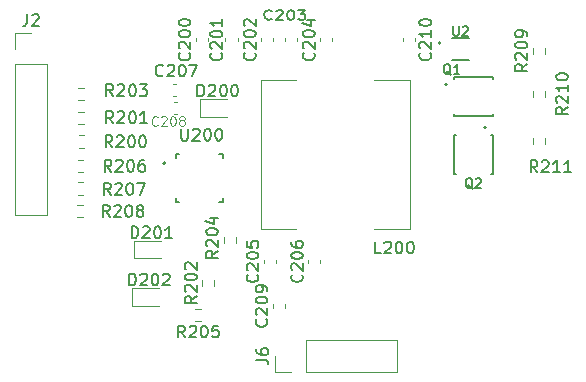
<source format=gbr>
%TF.GenerationSoftware,KiCad,Pcbnew,9.0.2*%
%TF.CreationDate,2025-07-03T13:44:50+05:30*%
%TF.ProjectId,Battery Charger and Protection,42617474-6572-4792-9043-686172676572,rev?*%
%TF.SameCoordinates,Original*%
%TF.FileFunction,Legend,Top*%
%TF.FilePolarity,Positive*%
%FSLAX46Y46*%
G04 Gerber Fmt 4.6, Leading zero omitted, Abs format (unit mm)*
G04 Created by KiCad (PCBNEW 9.0.2) date 2025-07-03 13:44:50*
%MOMM*%
%LPD*%
G01*
G04 APERTURE LIST*
%ADD10C,0.150000*%
%ADD11C,0.125000*%
%ADD12C,0.120000*%
%ADD13C,0.127000*%
%ADD14C,0.200000*%
G04 APERTURE END LIST*
D10*
X68929580Y-67119047D02*
X68977200Y-67166666D01*
X68977200Y-67166666D02*
X69024819Y-67309523D01*
X69024819Y-67309523D02*
X69024819Y-67404761D01*
X69024819Y-67404761D02*
X68977200Y-67547618D01*
X68977200Y-67547618D02*
X68881961Y-67642856D01*
X68881961Y-67642856D02*
X68786723Y-67690475D01*
X68786723Y-67690475D02*
X68596247Y-67738094D01*
X68596247Y-67738094D02*
X68453390Y-67738094D01*
X68453390Y-67738094D02*
X68262914Y-67690475D01*
X68262914Y-67690475D02*
X68167676Y-67642856D01*
X68167676Y-67642856D02*
X68072438Y-67547618D01*
X68072438Y-67547618D02*
X68024819Y-67404761D01*
X68024819Y-67404761D02*
X68024819Y-67309523D01*
X68024819Y-67309523D02*
X68072438Y-67166666D01*
X68072438Y-67166666D02*
X68120057Y-67119047D01*
X68120057Y-66738094D02*
X68072438Y-66690475D01*
X68072438Y-66690475D02*
X68024819Y-66595237D01*
X68024819Y-66595237D02*
X68024819Y-66357142D01*
X68024819Y-66357142D02*
X68072438Y-66261904D01*
X68072438Y-66261904D02*
X68120057Y-66214285D01*
X68120057Y-66214285D02*
X68215295Y-66166666D01*
X68215295Y-66166666D02*
X68310533Y-66166666D01*
X68310533Y-66166666D02*
X68453390Y-66214285D01*
X68453390Y-66214285D02*
X69024819Y-66785713D01*
X69024819Y-66785713D02*
X69024819Y-66166666D01*
X68024819Y-65547618D02*
X68024819Y-65452380D01*
X68024819Y-65452380D02*
X68072438Y-65357142D01*
X68072438Y-65357142D02*
X68120057Y-65309523D01*
X68120057Y-65309523D02*
X68215295Y-65261904D01*
X68215295Y-65261904D02*
X68405771Y-65214285D01*
X68405771Y-65214285D02*
X68643866Y-65214285D01*
X68643866Y-65214285D02*
X68834342Y-65261904D01*
X68834342Y-65261904D02*
X68929580Y-65309523D01*
X68929580Y-65309523D02*
X68977200Y-65357142D01*
X68977200Y-65357142D02*
X69024819Y-65452380D01*
X69024819Y-65452380D02*
X69024819Y-65547618D01*
X69024819Y-65547618D02*
X68977200Y-65642856D01*
X68977200Y-65642856D02*
X68929580Y-65690475D01*
X68929580Y-65690475D02*
X68834342Y-65738094D01*
X68834342Y-65738094D02*
X68643866Y-65785713D01*
X68643866Y-65785713D02*
X68405771Y-65785713D01*
X68405771Y-65785713D02*
X68215295Y-65738094D01*
X68215295Y-65738094D02*
X68120057Y-65690475D01*
X68120057Y-65690475D02*
X68072438Y-65642856D01*
X68072438Y-65642856D02*
X68024819Y-65547618D01*
X68024819Y-64357142D02*
X68024819Y-64547618D01*
X68024819Y-64547618D02*
X68072438Y-64642856D01*
X68072438Y-64642856D02*
X68120057Y-64690475D01*
X68120057Y-64690475D02*
X68262914Y-64785713D01*
X68262914Y-64785713D02*
X68453390Y-64833332D01*
X68453390Y-64833332D02*
X68834342Y-64833332D01*
X68834342Y-64833332D02*
X68929580Y-64785713D01*
X68929580Y-64785713D02*
X68977200Y-64738094D01*
X68977200Y-64738094D02*
X69024819Y-64642856D01*
X69024819Y-64642856D02*
X69024819Y-64452380D01*
X69024819Y-64452380D02*
X68977200Y-64357142D01*
X68977200Y-64357142D02*
X68929580Y-64309523D01*
X68929580Y-64309523D02*
X68834342Y-64261904D01*
X68834342Y-64261904D02*
X68596247Y-64261904D01*
X68596247Y-64261904D02*
X68501009Y-64309523D01*
X68501009Y-64309523D02*
X68453390Y-64357142D01*
X68453390Y-64357142D02*
X68405771Y-64452380D01*
X68405771Y-64452380D02*
X68405771Y-64642856D01*
X68405771Y-64642856D02*
X68453390Y-64738094D01*
X68453390Y-64738094D02*
X68501009Y-64785713D01*
X68501009Y-64785713D02*
X68596247Y-64833332D01*
X61814819Y-65109047D02*
X61338628Y-65442380D01*
X61814819Y-65680475D02*
X60814819Y-65680475D01*
X60814819Y-65680475D02*
X60814819Y-65299523D01*
X60814819Y-65299523D02*
X60862438Y-65204285D01*
X60862438Y-65204285D02*
X60910057Y-65156666D01*
X60910057Y-65156666D02*
X61005295Y-65109047D01*
X61005295Y-65109047D02*
X61148152Y-65109047D01*
X61148152Y-65109047D02*
X61243390Y-65156666D01*
X61243390Y-65156666D02*
X61291009Y-65204285D01*
X61291009Y-65204285D02*
X61338628Y-65299523D01*
X61338628Y-65299523D02*
X61338628Y-65680475D01*
X60910057Y-64728094D02*
X60862438Y-64680475D01*
X60862438Y-64680475D02*
X60814819Y-64585237D01*
X60814819Y-64585237D02*
X60814819Y-64347142D01*
X60814819Y-64347142D02*
X60862438Y-64251904D01*
X60862438Y-64251904D02*
X60910057Y-64204285D01*
X60910057Y-64204285D02*
X61005295Y-64156666D01*
X61005295Y-64156666D02*
X61100533Y-64156666D01*
X61100533Y-64156666D02*
X61243390Y-64204285D01*
X61243390Y-64204285D02*
X61814819Y-64775713D01*
X61814819Y-64775713D02*
X61814819Y-64156666D01*
X60814819Y-63537618D02*
X60814819Y-63442380D01*
X60814819Y-63442380D02*
X60862438Y-63347142D01*
X60862438Y-63347142D02*
X60910057Y-63299523D01*
X60910057Y-63299523D02*
X61005295Y-63251904D01*
X61005295Y-63251904D02*
X61195771Y-63204285D01*
X61195771Y-63204285D02*
X61433866Y-63204285D01*
X61433866Y-63204285D02*
X61624342Y-63251904D01*
X61624342Y-63251904D02*
X61719580Y-63299523D01*
X61719580Y-63299523D02*
X61767200Y-63347142D01*
X61767200Y-63347142D02*
X61814819Y-63442380D01*
X61814819Y-63442380D02*
X61814819Y-63537618D01*
X61814819Y-63537618D02*
X61767200Y-63632856D01*
X61767200Y-63632856D02*
X61719580Y-63680475D01*
X61719580Y-63680475D02*
X61624342Y-63728094D01*
X61624342Y-63728094D02*
X61433866Y-63775713D01*
X61433866Y-63775713D02*
X61195771Y-63775713D01*
X61195771Y-63775713D02*
X61005295Y-63728094D01*
X61005295Y-63728094D02*
X60910057Y-63680475D01*
X60910057Y-63680475D02*
X60862438Y-63632856D01*
X60862438Y-63632856D02*
X60814819Y-63537618D01*
X61148152Y-62347142D02*
X61814819Y-62347142D01*
X60767200Y-62585237D02*
X61481485Y-62823332D01*
X61481485Y-62823332D02*
X61481485Y-62204285D01*
X60024819Y-68944047D02*
X59548628Y-69277380D01*
X60024819Y-69515475D02*
X59024819Y-69515475D01*
X59024819Y-69515475D02*
X59024819Y-69134523D01*
X59024819Y-69134523D02*
X59072438Y-69039285D01*
X59072438Y-69039285D02*
X59120057Y-68991666D01*
X59120057Y-68991666D02*
X59215295Y-68944047D01*
X59215295Y-68944047D02*
X59358152Y-68944047D01*
X59358152Y-68944047D02*
X59453390Y-68991666D01*
X59453390Y-68991666D02*
X59501009Y-69039285D01*
X59501009Y-69039285D02*
X59548628Y-69134523D01*
X59548628Y-69134523D02*
X59548628Y-69515475D01*
X59120057Y-68563094D02*
X59072438Y-68515475D01*
X59072438Y-68515475D02*
X59024819Y-68420237D01*
X59024819Y-68420237D02*
X59024819Y-68182142D01*
X59024819Y-68182142D02*
X59072438Y-68086904D01*
X59072438Y-68086904D02*
X59120057Y-68039285D01*
X59120057Y-68039285D02*
X59215295Y-67991666D01*
X59215295Y-67991666D02*
X59310533Y-67991666D01*
X59310533Y-67991666D02*
X59453390Y-68039285D01*
X59453390Y-68039285D02*
X60024819Y-68610713D01*
X60024819Y-68610713D02*
X60024819Y-67991666D01*
X59024819Y-67372618D02*
X59024819Y-67277380D01*
X59024819Y-67277380D02*
X59072438Y-67182142D01*
X59072438Y-67182142D02*
X59120057Y-67134523D01*
X59120057Y-67134523D02*
X59215295Y-67086904D01*
X59215295Y-67086904D02*
X59405771Y-67039285D01*
X59405771Y-67039285D02*
X59643866Y-67039285D01*
X59643866Y-67039285D02*
X59834342Y-67086904D01*
X59834342Y-67086904D02*
X59929580Y-67134523D01*
X59929580Y-67134523D02*
X59977200Y-67182142D01*
X59977200Y-67182142D02*
X60024819Y-67277380D01*
X60024819Y-67277380D02*
X60024819Y-67372618D01*
X60024819Y-67372618D02*
X59977200Y-67467856D01*
X59977200Y-67467856D02*
X59929580Y-67515475D01*
X59929580Y-67515475D02*
X59834342Y-67563094D01*
X59834342Y-67563094D02*
X59643866Y-67610713D01*
X59643866Y-67610713D02*
X59405771Y-67610713D01*
X59405771Y-67610713D02*
X59215295Y-67563094D01*
X59215295Y-67563094D02*
X59120057Y-67515475D01*
X59120057Y-67515475D02*
X59072438Y-67467856D01*
X59072438Y-67467856D02*
X59024819Y-67372618D01*
X59120057Y-66658332D02*
X59072438Y-66610713D01*
X59072438Y-66610713D02*
X59024819Y-66515475D01*
X59024819Y-66515475D02*
X59024819Y-66277380D01*
X59024819Y-66277380D02*
X59072438Y-66182142D01*
X59072438Y-66182142D02*
X59120057Y-66134523D01*
X59120057Y-66134523D02*
X59215295Y-66086904D01*
X59215295Y-66086904D02*
X59310533Y-66086904D01*
X59310533Y-66086904D02*
X59453390Y-66134523D01*
X59453390Y-66134523D02*
X60024819Y-66705951D01*
X60024819Y-66705951D02*
X60024819Y-66086904D01*
X57178979Y-50240927D02*
X57131360Y-50288547D01*
X57131360Y-50288547D02*
X56988503Y-50336166D01*
X56988503Y-50336166D02*
X56893265Y-50336166D01*
X56893265Y-50336166D02*
X56750408Y-50288547D01*
X56750408Y-50288547D02*
X56655170Y-50193308D01*
X56655170Y-50193308D02*
X56607551Y-50098070D01*
X56607551Y-50098070D02*
X56559932Y-49907594D01*
X56559932Y-49907594D02*
X56559932Y-49764737D01*
X56559932Y-49764737D02*
X56607551Y-49574261D01*
X56607551Y-49574261D02*
X56655170Y-49479023D01*
X56655170Y-49479023D02*
X56750408Y-49383785D01*
X56750408Y-49383785D02*
X56893265Y-49336166D01*
X56893265Y-49336166D02*
X56988503Y-49336166D01*
X56988503Y-49336166D02*
X57131360Y-49383785D01*
X57131360Y-49383785D02*
X57178979Y-49431404D01*
X57559932Y-49431404D02*
X57607551Y-49383785D01*
X57607551Y-49383785D02*
X57702789Y-49336166D01*
X57702789Y-49336166D02*
X57940884Y-49336166D01*
X57940884Y-49336166D02*
X58036122Y-49383785D01*
X58036122Y-49383785D02*
X58083741Y-49431404D01*
X58083741Y-49431404D02*
X58131360Y-49526642D01*
X58131360Y-49526642D02*
X58131360Y-49621880D01*
X58131360Y-49621880D02*
X58083741Y-49764737D01*
X58083741Y-49764737D02*
X57512313Y-50336166D01*
X57512313Y-50336166D02*
X58131360Y-50336166D01*
X58750408Y-49336166D02*
X58845646Y-49336166D01*
X58845646Y-49336166D02*
X58940884Y-49383785D01*
X58940884Y-49383785D02*
X58988503Y-49431404D01*
X58988503Y-49431404D02*
X59036122Y-49526642D01*
X59036122Y-49526642D02*
X59083741Y-49717118D01*
X59083741Y-49717118D02*
X59083741Y-49955213D01*
X59083741Y-49955213D02*
X59036122Y-50145689D01*
X59036122Y-50145689D02*
X58988503Y-50240927D01*
X58988503Y-50240927D02*
X58940884Y-50288547D01*
X58940884Y-50288547D02*
X58845646Y-50336166D01*
X58845646Y-50336166D02*
X58750408Y-50336166D01*
X58750408Y-50336166D02*
X58655170Y-50288547D01*
X58655170Y-50288547D02*
X58607551Y-50240927D01*
X58607551Y-50240927D02*
X58559932Y-50145689D01*
X58559932Y-50145689D02*
X58512313Y-49955213D01*
X58512313Y-49955213D02*
X58512313Y-49717118D01*
X58512313Y-49717118D02*
X58559932Y-49526642D01*
X58559932Y-49526642D02*
X58607551Y-49431404D01*
X58607551Y-49431404D02*
X58655170Y-49383785D01*
X58655170Y-49383785D02*
X58750408Y-49336166D01*
X59417075Y-49336166D02*
X60083741Y-49336166D01*
X60083741Y-49336166D02*
X59655170Y-50336166D01*
X52965068Y-52003414D02*
X52631735Y-51527223D01*
X52393640Y-52003414D02*
X52393640Y-51003414D01*
X52393640Y-51003414D02*
X52774592Y-51003414D01*
X52774592Y-51003414D02*
X52869830Y-51051033D01*
X52869830Y-51051033D02*
X52917449Y-51098652D01*
X52917449Y-51098652D02*
X52965068Y-51193890D01*
X52965068Y-51193890D02*
X52965068Y-51336747D01*
X52965068Y-51336747D02*
X52917449Y-51431985D01*
X52917449Y-51431985D02*
X52869830Y-51479604D01*
X52869830Y-51479604D02*
X52774592Y-51527223D01*
X52774592Y-51527223D02*
X52393640Y-51527223D01*
X53346021Y-51098652D02*
X53393640Y-51051033D01*
X53393640Y-51051033D02*
X53488878Y-51003414D01*
X53488878Y-51003414D02*
X53726973Y-51003414D01*
X53726973Y-51003414D02*
X53822211Y-51051033D01*
X53822211Y-51051033D02*
X53869830Y-51098652D01*
X53869830Y-51098652D02*
X53917449Y-51193890D01*
X53917449Y-51193890D02*
X53917449Y-51289128D01*
X53917449Y-51289128D02*
X53869830Y-51431985D01*
X53869830Y-51431985D02*
X53298402Y-52003414D01*
X53298402Y-52003414D02*
X53917449Y-52003414D01*
X54536497Y-51003414D02*
X54631735Y-51003414D01*
X54631735Y-51003414D02*
X54726973Y-51051033D01*
X54726973Y-51051033D02*
X54774592Y-51098652D01*
X54774592Y-51098652D02*
X54822211Y-51193890D01*
X54822211Y-51193890D02*
X54869830Y-51384366D01*
X54869830Y-51384366D02*
X54869830Y-51622461D01*
X54869830Y-51622461D02*
X54822211Y-51812937D01*
X54822211Y-51812937D02*
X54774592Y-51908175D01*
X54774592Y-51908175D02*
X54726973Y-51955795D01*
X54726973Y-51955795D02*
X54631735Y-52003414D01*
X54631735Y-52003414D02*
X54536497Y-52003414D01*
X54536497Y-52003414D02*
X54441259Y-51955795D01*
X54441259Y-51955795D02*
X54393640Y-51908175D01*
X54393640Y-51908175D02*
X54346021Y-51812937D01*
X54346021Y-51812937D02*
X54298402Y-51622461D01*
X54298402Y-51622461D02*
X54298402Y-51384366D01*
X54298402Y-51384366D02*
X54346021Y-51193890D01*
X54346021Y-51193890D02*
X54393640Y-51098652D01*
X54393640Y-51098652D02*
X54441259Y-51051033D01*
X54441259Y-51051033D02*
X54536497Y-51003414D01*
X55203164Y-51003414D02*
X55822211Y-51003414D01*
X55822211Y-51003414D02*
X55488878Y-51384366D01*
X55488878Y-51384366D02*
X55631735Y-51384366D01*
X55631735Y-51384366D02*
X55726973Y-51431985D01*
X55726973Y-51431985D02*
X55774592Y-51479604D01*
X55774592Y-51479604D02*
X55822211Y-51574842D01*
X55822211Y-51574842D02*
X55822211Y-51812937D01*
X55822211Y-51812937D02*
X55774592Y-51908175D01*
X55774592Y-51908175D02*
X55726973Y-51955795D01*
X55726973Y-51955795D02*
X55631735Y-52003414D01*
X55631735Y-52003414D02*
X55346021Y-52003414D01*
X55346021Y-52003414D02*
X55250783Y-51955795D01*
X55250783Y-51955795D02*
X55203164Y-51908175D01*
X88008532Y-49294047D02*
X87532341Y-49627380D01*
X88008532Y-49865475D02*
X87008532Y-49865475D01*
X87008532Y-49865475D02*
X87008532Y-49484523D01*
X87008532Y-49484523D02*
X87056151Y-49389285D01*
X87056151Y-49389285D02*
X87103770Y-49341666D01*
X87103770Y-49341666D02*
X87199008Y-49294047D01*
X87199008Y-49294047D02*
X87341865Y-49294047D01*
X87341865Y-49294047D02*
X87437103Y-49341666D01*
X87437103Y-49341666D02*
X87484722Y-49389285D01*
X87484722Y-49389285D02*
X87532341Y-49484523D01*
X87532341Y-49484523D02*
X87532341Y-49865475D01*
X87103770Y-48913094D02*
X87056151Y-48865475D01*
X87056151Y-48865475D02*
X87008532Y-48770237D01*
X87008532Y-48770237D02*
X87008532Y-48532142D01*
X87008532Y-48532142D02*
X87056151Y-48436904D01*
X87056151Y-48436904D02*
X87103770Y-48389285D01*
X87103770Y-48389285D02*
X87199008Y-48341666D01*
X87199008Y-48341666D02*
X87294246Y-48341666D01*
X87294246Y-48341666D02*
X87437103Y-48389285D01*
X87437103Y-48389285D02*
X88008532Y-48960713D01*
X88008532Y-48960713D02*
X88008532Y-48341666D01*
X87008532Y-47722618D02*
X87008532Y-47627380D01*
X87008532Y-47627380D02*
X87056151Y-47532142D01*
X87056151Y-47532142D02*
X87103770Y-47484523D01*
X87103770Y-47484523D02*
X87199008Y-47436904D01*
X87199008Y-47436904D02*
X87389484Y-47389285D01*
X87389484Y-47389285D02*
X87627579Y-47389285D01*
X87627579Y-47389285D02*
X87818055Y-47436904D01*
X87818055Y-47436904D02*
X87913293Y-47484523D01*
X87913293Y-47484523D02*
X87960913Y-47532142D01*
X87960913Y-47532142D02*
X88008532Y-47627380D01*
X88008532Y-47627380D02*
X88008532Y-47722618D01*
X88008532Y-47722618D02*
X87960913Y-47817856D01*
X87960913Y-47817856D02*
X87913293Y-47865475D01*
X87913293Y-47865475D02*
X87818055Y-47913094D01*
X87818055Y-47913094D02*
X87627579Y-47960713D01*
X87627579Y-47960713D02*
X87389484Y-47960713D01*
X87389484Y-47960713D02*
X87199008Y-47913094D01*
X87199008Y-47913094D02*
X87103770Y-47865475D01*
X87103770Y-47865475D02*
X87056151Y-47817856D01*
X87056151Y-47817856D02*
X87008532Y-47722618D01*
X88008532Y-46913094D02*
X88008532Y-46722618D01*
X88008532Y-46722618D02*
X87960913Y-46627380D01*
X87960913Y-46627380D02*
X87913293Y-46579761D01*
X87913293Y-46579761D02*
X87770436Y-46484523D01*
X87770436Y-46484523D02*
X87579960Y-46436904D01*
X87579960Y-46436904D02*
X87199008Y-46436904D01*
X87199008Y-46436904D02*
X87103770Y-46484523D01*
X87103770Y-46484523D02*
X87056151Y-46532142D01*
X87056151Y-46532142D02*
X87008532Y-46627380D01*
X87008532Y-46627380D02*
X87008532Y-46817856D01*
X87008532Y-46817856D02*
X87056151Y-46913094D01*
X87056151Y-46913094D02*
X87103770Y-46960713D01*
X87103770Y-46960713D02*
X87199008Y-47008332D01*
X87199008Y-47008332D02*
X87437103Y-47008332D01*
X87437103Y-47008332D02*
X87532341Y-46960713D01*
X87532341Y-46960713D02*
X87579960Y-46913094D01*
X87579960Y-46913094D02*
X87627579Y-46817856D01*
X87627579Y-46817856D02*
X87627579Y-46627380D01*
X87627579Y-46627380D02*
X87579960Y-46532142D01*
X87579960Y-46532142D02*
X87532341Y-46484523D01*
X87532341Y-46484523D02*
X87437103Y-46436904D01*
X65154580Y-67119047D02*
X65202200Y-67166666D01*
X65202200Y-67166666D02*
X65249819Y-67309523D01*
X65249819Y-67309523D02*
X65249819Y-67404761D01*
X65249819Y-67404761D02*
X65202200Y-67547618D01*
X65202200Y-67547618D02*
X65106961Y-67642856D01*
X65106961Y-67642856D02*
X65011723Y-67690475D01*
X65011723Y-67690475D02*
X64821247Y-67738094D01*
X64821247Y-67738094D02*
X64678390Y-67738094D01*
X64678390Y-67738094D02*
X64487914Y-67690475D01*
X64487914Y-67690475D02*
X64392676Y-67642856D01*
X64392676Y-67642856D02*
X64297438Y-67547618D01*
X64297438Y-67547618D02*
X64249819Y-67404761D01*
X64249819Y-67404761D02*
X64249819Y-67309523D01*
X64249819Y-67309523D02*
X64297438Y-67166666D01*
X64297438Y-67166666D02*
X64345057Y-67119047D01*
X64345057Y-66738094D02*
X64297438Y-66690475D01*
X64297438Y-66690475D02*
X64249819Y-66595237D01*
X64249819Y-66595237D02*
X64249819Y-66357142D01*
X64249819Y-66357142D02*
X64297438Y-66261904D01*
X64297438Y-66261904D02*
X64345057Y-66214285D01*
X64345057Y-66214285D02*
X64440295Y-66166666D01*
X64440295Y-66166666D02*
X64535533Y-66166666D01*
X64535533Y-66166666D02*
X64678390Y-66214285D01*
X64678390Y-66214285D02*
X65249819Y-66785713D01*
X65249819Y-66785713D02*
X65249819Y-66166666D01*
X64249819Y-65547618D02*
X64249819Y-65452380D01*
X64249819Y-65452380D02*
X64297438Y-65357142D01*
X64297438Y-65357142D02*
X64345057Y-65309523D01*
X64345057Y-65309523D02*
X64440295Y-65261904D01*
X64440295Y-65261904D02*
X64630771Y-65214285D01*
X64630771Y-65214285D02*
X64868866Y-65214285D01*
X64868866Y-65214285D02*
X65059342Y-65261904D01*
X65059342Y-65261904D02*
X65154580Y-65309523D01*
X65154580Y-65309523D02*
X65202200Y-65357142D01*
X65202200Y-65357142D02*
X65249819Y-65452380D01*
X65249819Y-65452380D02*
X65249819Y-65547618D01*
X65249819Y-65547618D02*
X65202200Y-65642856D01*
X65202200Y-65642856D02*
X65154580Y-65690475D01*
X65154580Y-65690475D02*
X65059342Y-65738094D01*
X65059342Y-65738094D02*
X64868866Y-65785713D01*
X64868866Y-65785713D02*
X64630771Y-65785713D01*
X64630771Y-65785713D02*
X64440295Y-65738094D01*
X64440295Y-65738094D02*
X64345057Y-65690475D01*
X64345057Y-65690475D02*
X64297438Y-65642856D01*
X64297438Y-65642856D02*
X64249819Y-65547618D01*
X64249819Y-64309523D02*
X64249819Y-64785713D01*
X64249819Y-64785713D02*
X64726009Y-64833332D01*
X64726009Y-64833332D02*
X64678390Y-64785713D01*
X64678390Y-64785713D02*
X64630771Y-64690475D01*
X64630771Y-64690475D02*
X64630771Y-64452380D01*
X64630771Y-64452380D02*
X64678390Y-64357142D01*
X64678390Y-64357142D02*
X64726009Y-64309523D01*
X64726009Y-64309523D02*
X64821247Y-64261904D01*
X64821247Y-64261904D02*
X65059342Y-64261904D01*
X65059342Y-64261904D02*
X65154580Y-64309523D01*
X65154580Y-64309523D02*
X65202200Y-64357142D01*
X65202200Y-64357142D02*
X65249819Y-64452380D01*
X65249819Y-64452380D02*
X65249819Y-64690475D01*
X65249819Y-64690475D02*
X65202200Y-64785713D01*
X65202200Y-64785713D02*
X65154580Y-64833332D01*
X65929580Y-70894047D02*
X65977200Y-70941666D01*
X65977200Y-70941666D02*
X66024819Y-71084523D01*
X66024819Y-71084523D02*
X66024819Y-71179761D01*
X66024819Y-71179761D02*
X65977200Y-71322618D01*
X65977200Y-71322618D02*
X65881961Y-71417856D01*
X65881961Y-71417856D02*
X65786723Y-71465475D01*
X65786723Y-71465475D02*
X65596247Y-71513094D01*
X65596247Y-71513094D02*
X65453390Y-71513094D01*
X65453390Y-71513094D02*
X65262914Y-71465475D01*
X65262914Y-71465475D02*
X65167676Y-71417856D01*
X65167676Y-71417856D02*
X65072438Y-71322618D01*
X65072438Y-71322618D02*
X65024819Y-71179761D01*
X65024819Y-71179761D02*
X65024819Y-71084523D01*
X65024819Y-71084523D02*
X65072438Y-70941666D01*
X65072438Y-70941666D02*
X65120057Y-70894047D01*
X65120057Y-70513094D02*
X65072438Y-70465475D01*
X65072438Y-70465475D02*
X65024819Y-70370237D01*
X65024819Y-70370237D02*
X65024819Y-70132142D01*
X65024819Y-70132142D02*
X65072438Y-70036904D01*
X65072438Y-70036904D02*
X65120057Y-69989285D01*
X65120057Y-69989285D02*
X65215295Y-69941666D01*
X65215295Y-69941666D02*
X65310533Y-69941666D01*
X65310533Y-69941666D02*
X65453390Y-69989285D01*
X65453390Y-69989285D02*
X66024819Y-70560713D01*
X66024819Y-70560713D02*
X66024819Y-69941666D01*
X65024819Y-69322618D02*
X65024819Y-69227380D01*
X65024819Y-69227380D02*
X65072438Y-69132142D01*
X65072438Y-69132142D02*
X65120057Y-69084523D01*
X65120057Y-69084523D02*
X65215295Y-69036904D01*
X65215295Y-69036904D02*
X65405771Y-68989285D01*
X65405771Y-68989285D02*
X65643866Y-68989285D01*
X65643866Y-68989285D02*
X65834342Y-69036904D01*
X65834342Y-69036904D02*
X65929580Y-69084523D01*
X65929580Y-69084523D02*
X65977200Y-69132142D01*
X65977200Y-69132142D02*
X66024819Y-69227380D01*
X66024819Y-69227380D02*
X66024819Y-69322618D01*
X66024819Y-69322618D02*
X65977200Y-69417856D01*
X65977200Y-69417856D02*
X65929580Y-69465475D01*
X65929580Y-69465475D02*
X65834342Y-69513094D01*
X65834342Y-69513094D02*
X65643866Y-69560713D01*
X65643866Y-69560713D02*
X65405771Y-69560713D01*
X65405771Y-69560713D02*
X65215295Y-69513094D01*
X65215295Y-69513094D02*
X65120057Y-69465475D01*
X65120057Y-69465475D02*
X65072438Y-69417856D01*
X65072438Y-69417856D02*
X65024819Y-69322618D01*
X66024819Y-68513094D02*
X66024819Y-68322618D01*
X66024819Y-68322618D02*
X65977200Y-68227380D01*
X65977200Y-68227380D02*
X65929580Y-68179761D01*
X65929580Y-68179761D02*
X65786723Y-68084523D01*
X65786723Y-68084523D02*
X65596247Y-68036904D01*
X65596247Y-68036904D02*
X65215295Y-68036904D01*
X65215295Y-68036904D02*
X65120057Y-68084523D01*
X65120057Y-68084523D02*
X65072438Y-68132142D01*
X65072438Y-68132142D02*
X65024819Y-68227380D01*
X65024819Y-68227380D02*
X65024819Y-68417856D01*
X65024819Y-68417856D02*
X65072438Y-68513094D01*
X65072438Y-68513094D02*
X65120057Y-68560713D01*
X65120057Y-68560713D02*
X65215295Y-68608332D01*
X65215295Y-68608332D02*
X65453390Y-68608332D01*
X65453390Y-68608332D02*
X65548628Y-68560713D01*
X65548628Y-68560713D02*
X65596247Y-68513094D01*
X65596247Y-68513094D02*
X65643866Y-68417856D01*
X65643866Y-68417856D02*
X65643866Y-68227380D01*
X65643866Y-68227380D02*
X65596247Y-68132142D01*
X65596247Y-68132142D02*
X65548628Y-68084523D01*
X65548628Y-68084523D02*
X65453390Y-68036904D01*
X88880952Y-58454819D02*
X88547619Y-57978628D01*
X88309524Y-58454819D02*
X88309524Y-57454819D01*
X88309524Y-57454819D02*
X88690476Y-57454819D01*
X88690476Y-57454819D02*
X88785714Y-57502438D01*
X88785714Y-57502438D02*
X88833333Y-57550057D01*
X88833333Y-57550057D02*
X88880952Y-57645295D01*
X88880952Y-57645295D02*
X88880952Y-57788152D01*
X88880952Y-57788152D02*
X88833333Y-57883390D01*
X88833333Y-57883390D02*
X88785714Y-57931009D01*
X88785714Y-57931009D02*
X88690476Y-57978628D01*
X88690476Y-57978628D02*
X88309524Y-57978628D01*
X89261905Y-57550057D02*
X89309524Y-57502438D01*
X89309524Y-57502438D02*
X89404762Y-57454819D01*
X89404762Y-57454819D02*
X89642857Y-57454819D01*
X89642857Y-57454819D02*
X89738095Y-57502438D01*
X89738095Y-57502438D02*
X89785714Y-57550057D01*
X89785714Y-57550057D02*
X89833333Y-57645295D01*
X89833333Y-57645295D02*
X89833333Y-57740533D01*
X89833333Y-57740533D02*
X89785714Y-57883390D01*
X89785714Y-57883390D02*
X89214286Y-58454819D01*
X89214286Y-58454819D02*
X89833333Y-58454819D01*
X90785714Y-58454819D02*
X90214286Y-58454819D01*
X90500000Y-58454819D02*
X90500000Y-57454819D01*
X90500000Y-57454819D02*
X90404762Y-57597676D01*
X90404762Y-57597676D02*
X90309524Y-57692914D01*
X90309524Y-57692914D02*
X90214286Y-57740533D01*
X91738095Y-58454819D02*
X91166667Y-58454819D01*
X91452381Y-58454819D02*
X91452381Y-57454819D01*
X91452381Y-57454819D02*
X91357143Y-57597676D01*
X91357143Y-57597676D02*
X91261905Y-57692914D01*
X91261905Y-57692914D02*
X91166667Y-57740533D01*
D11*
X56714762Y-54447404D02*
X56676666Y-54485500D01*
X56676666Y-54485500D02*
X56562381Y-54523595D01*
X56562381Y-54523595D02*
X56486190Y-54523595D01*
X56486190Y-54523595D02*
X56371904Y-54485500D01*
X56371904Y-54485500D02*
X56295714Y-54409309D01*
X56295714Y-54409309D02*
X56257619Y-54333119D01*
X56257619Y-54333119D02*
X56219523Y-54180738D01*
X56219523Y-54180738D02*
X56219523Y-54066452D01*
X56219523Y-54066452D02*
X56257619Y-53914071D01*
X56257619Y-53914071D02*
X56295714Y-53837880D01*
X56295714Y-53837880D02*
X56371904Y-53761690D01*
X56371904Y-53761690D02*
X56486190Y-53723595D01*
X56486190Y-53723595D02*
X56562381Y-53723595D01*
X56562381Y-53723595D02*
X56676666Y-53761690D01*
X56676666Y-53761690D02*
X56714762Y-53799785D01*
X57019523Y-53799785D02*
X57057619Y-53761690D01*
X57057619Y-53761690D02*
X57133809Y-53723595D01*
X57133809Y-53723595D02*
X57324285Y-53723595D01*
X57324285Y-53723595D02*
X57400476Y-53761690D01*
X57400476Y-53761690D02*
X57438571Y-53799785D01*
X57438571Y-53799785D02*
X57476666Y-53875976D01*
X57476666Y-53875976D02*
X57476666Y-53952166D01*
X57476666Y-53952166D02*
X57438571Y-54066452D01*
X57438571Y-54066452D02*
X56981428Y-54523595D01*
X56981428Y-54523595D02*
X57476666Y-54523595D01*
X57971905Y-53723595D02*
X58048095Y-53723595D01*
X58048095Y-53723595D02*
X58124286Y-53761690D01*
X58124286Y-53761690D02*
X58162381Y-53799785D01*
X58162381Y-53799785D02*
X58200476Y-53875976D01*
X58200476Y-53875976D02*
X58238571Y-54028357D01*
X58238571Y-54028357D02*
X58238571Y-54218833D01*
X58238571Y-54218833D02*
X58200476Y-54371214D01*
X58200476Y-54371214D02*
X58162381Y-54447404D01*
X58162381Y-54447404D02*
X58124286Y-54485500D01*
X58124286Y-54485500D02*
X58048095Y-54523595D01*
X58048095Y-54523595D02*
X57971905Y-54523595D01*
X57971905Y-54523595D02*
X57895714Y-54485500D01*
X57895714Y-54485500D02*
X57857619Y-54447404D01*
X57857619Y-54447404D02*
X57819524Y-54371214D01*
X57819524Y-54371214D02*
X57781428Y-54218833D01*
X57781428Y-54218833D02*
X57781428Y-54028357D01*
X57781428Y-54028357D02*
X57819524Y-53875976D01*
X57819524Y-53875976D02*
X57857619Y-53799785D01*
X57857619Y-53799785D02*
X57895714Y-53761690D01*
X57895714Y-53761690D02*
X57971905Y-53723595D01*
X58695714Y-54066452D02*
X58619524Y-54028357D01*
X58619524Y-54028357D02*
X58581429Y-53990261D01*
X58581429Y-53990261D02*
X58543333Y-53914071D01*
X58543333Y-53914071D02*
X58543333Y-53875976D01*
X58543333Y-53875976D02*
X58581429Y-53799785D01*
X58581429Y-53799785D02*
X58619524Y-53761690D01*
X58619524Y-53761690D02*
X58695714Y-53723595D01*
X58695714Y-53723595D02*
X58848095Y-53723595D01*
X58848095Y-53723595D02*
X58924286Y-53761690D01*
X58924286Y-53761690D02*
X58962381Y-53799785D01*
X58962381Y-53799785D02*
X59000476Y-53875976D01*
X59000476Y-53875976D02*
X59000476Y-53914071D01*
X59000476Y-53914071D02*
X58962381Y-53990261D01*
X58962381Y-53990261D02*
X58924286Y-54028357D01*
X58924286Y-54028357D02*
X58848095Y-54066452D01*
X58848095Y-54066452D02*
X58695714Y-54066452D01*
X58695714Y-54066452D02*
X58619524Y-54104547D01*
X58619524Y-54104547D02*
X58581429Y-54142642D01*
X58581429Y-54142642D02*
X58543333Y-54218833D01*
X58543333Y-54218833D02*
X58543333Y-54371214D01*
X58543333Y-54371214D02*
X58581429Y-54447404D01*
X58581429Y-54447404D02*
X58619524Y-54485500D01*
X58619524Y-54485500D02*
X58695714Y-54523595D01*
X58695714Y-54523595D02*
X58848095Y-54523595D01*
X58848095Y-54523595D02*
X58924286Y-54485500D01*
X58924286Y-54485500D02*
X58962381Y-54447404D01*
X58962381Y-54447404D02*
X59000476Y-54371214D01*
X59000476Y-54371214D02*
X59000476Y-54218833D01*
X59000476Y-54218833D02*
X58962381Y-54142642D01*
X58962381Y-54142642D02*
X58924286Y-54104547D01*
X58924286Y-54104547D02*
X58848095Y-54066452D01*
D10*
X52965068Y-54293414D02*
X52631735Y-53817223D01*
X52393640Y-54293414D02*
X52393640Y-53293414D01*
X52393640Y-53293414D02*
X52774592Y-53293414D01*
X52774592Y-53293414D02*
X52869830Y-53341033D01*
X52869830Y-53341033D02*
X52917449Y-53388652D01*
X52917449Y-53388652D02*
X52965068Y-53483890D01*
X52965068Y-53483890D02*
X52965068Y-53626747D01*
X52965068Y-53626747D02*
X52917449Y-53721985D01*
X52917449Y-53721985D02*
X52869830Y-53769604D01*
X52869830Y-53769604D02*
X52774592Y-53817223D01*
X52774592Y-53817223D02*
X52393640Y-53817223D01*
X53346021Y-53388652D02*
X53393640Y-53341033D01*
X53393640Y-53341033D02*
X53488878Y-53293414D01*
X53488878Y-53293414D02*
X53726973Y-53293414D01*
X53726973Y-53293414D02*
X53822211Y-53341033D01*
X53822211Y-53341033D02*
X53869830Y-53388652D01*
X53869830Y-53388652D02*
X53917449Y-53483890D01*
X53917449Y-53483890D02*
X53917449Y-53579128D01*
X53917449Y-53579128D02*
X53869830Y-53721985D01*
X53869830Y-53721985D02*
X53298402Y-54293414D01*
X53298402Y-54293414D02*
X53917449Y-54293414D01*
X54536497Y-53293414D02*
X54631735Y-53293414D01*
X54631735Y-53293414D02*
X54726973Y-53341033D01*
X54726973Y-53341033D02*
X54774592Y-53388652D01*
X54774592Y-53388652D02*
X54822211Y-53483890D01*
X54822211Y-53483890D02*
X54869830Y-53674366D01*
X54869830Y-53674366D02*
X54869830Y-53912461D01*
X54869830Y-53912461D02*
X54822211Y-54102937D01*
X54822211Y-54102937D02*
X54774592Y-54198175D01*
X54774592Y-54198175D02*
X54726973Y-54245795D01*
X54726973Y-54245795D02*
X54631735Y-54293414D01*
X54631735Y-54293414D02*
X54536497Y-54293414D01*
X54536497Y-54293414D02*
X54441259Y-54245795D01*
X54441259Y-54245795D02*
X54393640Y-54198175D01*
X54393640Y-54198175D02*
X54346021Y-54102937D01*
X54346021Y-54102937D02*
X54298402Y-53912461D01*
X54298402Y-53912461D02*
X54298402Y-53674366D01*
X54298402Y-53674366D02*
X54346021Y-53483890D01*
X54346021Y-53483890D02*
X54393640Y-53388652D01*
X54393640Y-53388652D02*
X54441259Y-53341033D01*
X54441259Y-53341033D02*
X54536497Y-53293414D01*
X55822211Y-54293414D02*
X55250783Y-54293414D01*
X55536497Y-54293414D02*
X55536497Y-53293414D01*
X55536497Y-53293414D02*
X55441259Y-53436271D01*
X55441259Y-53436271D02*
X55346021Y-53531509D01*
X55346021Y-53531509D02*
X55250783Y-53579128D01*
X52810095Y-58408226D02*
X52476762Y-57932035D01*
X52238667Y-58408226D02*
X52238667Y-57408226D01*
X52238667Y-57408226D02*
X52619619Y-57408226D01*
X52619619Y-57408226D02*
X52714857Y-57455845D01*
X52714857Y-57455845D02*
X52762476Y-57503464D01*
X52762476Y-57503464D02*
X52810095Y-57598702D01*
X52810095Y-57598702D02*
X52810095Y-57741559D01*
X52810095Y-57741559D02*
X52762476Y-57836797D01*
X52762476Y-57836797D02*
X52714857Y-57884416D01*
X52714857Y-57884416D02*
X52619619Y-57932035D01*
X52619619Y-57932035D02*
X52238667Y-57932035D01*
X53191048Y-57503464D02*
X53238667Y-57455845D01*
X53238667Y-57455845D02*
X53333905Y-57408226D01*
X53333905Y-57408226D02*
X53572000Y-57408226D01*
X53572000Y-57408226D02*
X53667238Y-57455845D01*
X53667238Y-57455845D02*
X53714857Y-57503464D01*
X53714857Y-57503464D02*
X53762476Y-57598702D01*
X53762476Y-57598702D02*
X53762476Y-57693940D01*
X53762476Y-57693940D02*
X53714857Y-57836797D01*
X53714857Y-57836797D02*
X53143429Y-58408226D01*
X53143429Y-58408226D02*
X53762476Y-58408226D01*
X54381524Y-57408226D02*
X54476762Y-57408226D01*
X54476762Y-57408226D02*
X54572000Y-57455845D01*
X54572000Y-57455845D02*
X54619619Y-57503464D01*
X54619619Y-57503464D02*
X54667238Y-57598702D01*
X54667238Y-57598702D02*
X54714857Y-57789178D01*
X54714857Y-57789178D02*
X54714857Y-58027273D01*
X54714857Y-58027273D02*
X54667238Y-58217749D01*
X54667238Y-58217749D02*
X54619619Y-58312987D01*
X54619619Y-58312987D02*
X54572000Y-58360607D01*
X54572000Y-58360607D02*
X54476762Y-58408226D01*
X54476762Y-58408226D02*
X54381524Y-58408226D01*
X54381524Y-58408226D02*
X54286286Y-58360607D01*
X54286286Y-58360607D02*
X54238667Y-58312987D01*
X54238667Y-58312987D02*
X54191048Y-58217749D01*
X54191048Y-58217749D02*
X54143429Y-58027273D01*
X54143429Y-58027273D02*
X54143429Y-57789178D01*
X54143429Y-57789178D02*
X54191048Y-57598702D01*
X54191048Y-57598702D02*
X54238667Y-57503464D01*
X54238667Y-57503464D02*
X54286286Y-57455845D01*
X54286286Y-57455845D02*
X54381524Y-57408226D01*
X55572000Y-57408226D02*
X55381524Y-57408226D01*
X55381524Y-57408226D02*
X55286286Y-57455845D01*
X55286286Y-57455845D02*
X55238667Y-57503464D01*
X55238667Y-57503464D02*
X55143429Y-57646321D01*
X55143429Y-57646321D02*
X55095810Y-57836797D01*
X55095810Y-57836797D02*
X55095810Y-58217749D01*
X55095810Y-58217749D02*
X55143429Y-58312987D01*
X55143429Y-58312987D02*
X55191048Y-58360607D01*
X55191048Y-58360607D02*
X55286286Y-58408226D01*
X55286286Y-58408226D02*
X55476762Y-58408226D01*
X55476762Y-58408226D02*
X55572000Y-58360607D01*
X55572000Y-58360607D02*
X55619619Y-58312987D01*
X55619619Y-58312987D02*
X55667238Y-58217749D01*
X55667238Y-58217749D02*
X55667238Y-57979654D01*
X55667238Y-57979654D02*
X55619619Y-57884416D01*
X55619619Y-57884416D02*
X55572000Y-57836797D01*
X55572000Y-57836797D02*
X55476762Y-57789178D01*
X55476762Y-57789178D02*
X55286286Y-57789178D01*
X55286286Y-57789178D02*
X55191048Y-57836797D01*
X55191048Y-57836797D02*
X55143429Y-57884416D01*
X55143429Y-57884416D02*
X55095810Y-57979654D01*
X45666666Y-45074819D02*
X45666666Y-45789104D01*
X45666666Y-45789104D02*
X45619047Y-45931961D01*
X45619047Y-45931961D02*
X45523809Y-46027200D01*
X45523809Y-46027200D02*
X45380952Y-46074819D01*
X45380952Y-46074819D02*
X45285714Y-46074819D01*
X46095238Y-45170057D02*
X46142857Y-45122438D01*
X46142857Y-45122438D02*
X46238095Y-45074819D01*
X46238095Y-45074819D02*
X46476190Y-45074819D01*
X46476190Y-45074819D02*
X46571428Y-45122438D01*
X46571428Y-45122438D02*
X46619047Y-45170057D01*
X46619047Y-45170057D02*
X46666666Y-45265295D01*
X46666666Y-45265295D02*
X46666666Y-45360533D01*
X46666666Y-45360533D02*
X46619047Y-45503390D01*
X46619047Y-45503390D02*
X46047619Y-46074819D01*
X46047619Y-46074819D02*
X46666666Y-46074819D01*
X58710714Y-54764819D02*
X58710714Y-55574342D01*
X58710714Y-55574342D02*
X58758333Y-55669580D01*
X58758333Y-55669580D02*
X58805952Y-55717200D01*
X58805952Y-55717200D02*
X58901190Y-55764819D01*
X58901190Y-55764819D02*
X59091666Y-55764819D01*
X59091666Y-55764819D02*
X59186904Y-55717200D01*
X59186904Y-55717200D02*
X59234523Y-55669580D01*
X59234523Y-55669580D02*
X59282142Y-55574342D01*
X59282142Y-55574342D02*
X59282142Y-54764819D01*
X59710714Y-54860057D02*
X59758333Y-54812438D01*
X59758333Y-54812438D02*
X59853571Y-54764819D01*
X59853571Y-54764819D02*
X60091666Y-54764819D01*
X60091666Y-54764819D02*
X60186904Y-54812438D01*
X60186904Y-54812438D02*
X60234523Y-54860057D01*
X60234523Y-54860057D02*
X60282142Y-54955295D01*
X60282142Y-54955295D02*
X60282142Y-55050533D01*
X60282142Y-55050533D02*
X60234523Y-55193390D01*
X60234523Y-55193390D02*
X59663095Y-55764819D01*
X59663095Y-55764819D02*
X60282142Y-55764819D01*
X60901190Y-54764819D02*
X60996428Y-54764819D01*
X60996428Y-54764819D02*
X61091666Y-54812438D01*
X61091666Y-54812438D02*
X61139285Y-54860057D01*
X61139285Y-54860057D02*
X61186904Y-54955295D01*
X61186904Y-54955295D02*
X61234523Y-55145771D01*
X61234523Y-55145771D02*
X61234523Y-55383866D01*
X61234523Y-55383866D02*
X61186904Y-55574342D01*
X61186904Y-55574342D02*
X61139285Y-55669580D01*
X61139285Y-55669580D02*
X61091666Y-55717200D01*
X61091666Y-55717200D02*
X60996428Y-55764819D01*
X60996428Y-55764819D02*
X60901190Y-55764819D01*
X60901190Y-55764819D02*
X60805952Y-55717200D01*
X60805952Y-55717200D02*
X60758333Y-55669580D01*
X60758333Y-55669580D02*
X60710714Y-55574342D01*
X60710714Y-55574342D02*
X60663095Y-55383866D01*
X60663095Y-55383866D02*
X60663095Y-55145771D01*
X60663095Y-55145771D02*
X60710714Y-54955295D01*
X60710714Y-54955295D02*
X60758333Y-54860057D01*
X60758333Y-54860057D02*
X60805952Y-54812438D01*
X60805952Y-54812438D02*
X60901190Y-54764819D01*
X61853571Y-54764819D02*
X61948809Y-54764819D01*
X61948809Y-54764819D02*
X62044047Y-54812438D01*
X62044047Y-54812438D02*
X62091666Y-54860057D01*
X62091666Y-54860057D02*
X62139285Y-54955295D01*
X62139285Y-54955295D02*
X62186904Y-55145771D01*
X62186904Y-55145771D02*
X62186904Y-55383866D01*
X62186904Y-55383866D02*
X62139285Y-55574342D01*
X62139285Y-55574342D02*
X62091666Y-55669580D01*
X62091666Y-55669580D02*
X62044047Y-55717200D01*
X62044047Y-55717200D02*
X61948809Y-55764819D01*
X61948809Y-55764819D02*
X61853571Y-55764819D01*
X61853571Y-55764819D02*
X61758333Y-55717200D01*
X61758333Y-55717200D02*
X61710714Y-55669580D01*
X61710714Y-55669580D02*
X61663095Y-55574342D01*
X61663095Y-55574342D02*
X61615476Y-55383866D01*
X61615476Y-55383866D02*
X61615476Y-55145771D01*
X61615476Y-55145771D02*
X61663095Y-54955295D01*
X61663095Y-54955295D02*
X61710714Y-54860057D01*
X61710714Y-54860057D02*
X61758333Y-54812438D01*
X61758333Y-54812438D02*
X61853571Y-54764819D01*
X91454819Y-52944047D02*
X90978628Y-53277380D01*
X91454819Y-53515475D02*
X90454819Y-53515475D01*
X90454819Y-53515475D02*
X90454819Y-53134523D01*
X90454819Y-53134523D02*
X90502438Y-53039285D01*
X90502438Y-53039285D02*
X90550057Y-52991666D01*
X90550057Y-52991666D02*
X90645295Y-52944047D01*
X90645295Y-52944047D02*
X90788152Y-52944047D01*
X90788152Y-52944047D02*
X90883390Y-52991666D01*
X90883390Y-52991666D02*
X90931009Y-53039285D01*
X90931009Y-53039285D02*
X90978628Y-53134523D01*
X90978628Y-53134523D02*
X90978628Y-53515475D01*
X90550057Y-52563094D02*
X90502438Y-52515475D01*
X90502438Y-52515475D02*
X90454819Y-52420237D01*
X90454819Y-52420237D02*
X90454819Y-52182142D01*
X90454819Y-52182142D02*
X90502438Y-52086904D01*
X90502438Y-52086904D02*
X90550057Y-52039285D01*
X90550057Y-52039285D02*
X90645295Y-51991666D01*
X90645295Y-51991666D02*
X90740533Y-51991666D01*
X90740533Y-51991666D02*
X90883390Y-52039285D01*
X90883390Y-52039285D02*
X91454819Y-52610713D01*
X91454819Y-52610713D02*
X91454819Y-51991666D01*
X91454819Y-51039285D02*
X91454819Y-51610713D01*
X91454819Y-51324999D02*
X90454819Y-51324999D01*
X90454819Y-51324999D02*
X90597676Y-51420237D01*
X90597676Y-51420237D02*
X90692914Y-51515475D01*
X90692914Y-51515475D02*
X90740533Y-51610713D01*
X90454819Y-50420237D02*
X90454819Y-50324999D01*
X90454819Y-50324999D02*
X90502438Y-50229761D01*
X90502438Y-50229761D02*
X90550057Y-50182142D01*
X90550057Y-50182142D02*
X90645295Y-50134523D01*
X90645295Y-50134523D02*
X90835771Y-50086904D01*
X90835771Y-50086904D02*
X91073866Y-50086904D01*
X91073866Y-50086904D02*
X91264342Y-50134523D01*
X91264342Y-50134523D02*
X91359580Y-50182142D01*
X91359580Y-50182142D02*
X91407200Y-50229761D01*
X91407200Y-50229761D02*
X91454819Y-50324999D01*
X91454819Y-50324999D02*
X91454819Y-50420237D01*
X91454819Y-50420237D02*
X91407200Y-50515475D01*
X91407200Y-50515475D02*
X91359580Y-50563094D01*
X91359580Y-50563094D02*
X91264342Y-50610713D01*
X91264342Y-50610713D02*
X91073866Y-50658332D01*
X91073866Y-50658332D02*
X90835771Y-50658332D01*
X90835771Y-50658332D02*
X90645295Y-50610713D01*
X90645295Y-50610713D02*
X90550057Y-50563094D01*
X90550057Y-50563094D02*
X90502438Y-50515475D01*
X90502438Y-50515475D02*
X90454819Y-50420237D01*
X62099580Y-48369047D02*
X62147200Y-48416666D01*
X62147200Y-48416666D02*
X62194819Y-48559523D01*
X62194819Y-48559523D02*
X62194819Y-48654761D01*
X62194819Y-48654761D02*
X62147200Y-48797618D01*
X62147200Y-48797618D02*
X62051961Y-48892856D01*
X62051961Y-48892856D02*
X61956723Y-48940475D01*
X61956723Y-48940475D02*
X61766247Y-48988094D01*
X61766247Y-48988094D02*
X61623390Y-48988094D01*
X61623390Y-48988094D02*
X61432914Y-48940475D01*
X61432914Y-48940475D02*
X61337676Y-48892856D01*
X61337676Y-48892856D02*
X61242438Y-48797618D01*
X61242438Y-48797618D02*
X61194819Y-48654761D01*
X61194819Y-48654761D02*
X61194819Y-48559523D01*
X61194819Y-48559523D02*
X61242438Y-48416666D01*
X61242438Y-48416666D02*
X61290057Y-48369047D01*
X61290057Y-47988094D02*
X61242438Y-47940475D01*
X61242438Y-47940475D02*
X61194819Y-47845237D01*
X61194819Y-47845237D02*
X61194819Y-47607142D01*
X61194819Y-47607142D02*
X61242438Y-47511904D01*
X61242438Y-47511904D02*
X61290057Y-47464285D01*
X61290057Y-47464285D02*
X61385295Y-47416666D01*
X61385295Y-47416666D02*
X61480533Y-47416666D01*
X61480533Y-47416666D02*
X61623390Y-47464285D01*
X61623390Y-47464285D02*
X62194819Y-48035713D01*
X62194819Y-48035713D02*
X62194819Y-47416666D01*
X61194819Y-46797618D02*
X61194819Y-46702380D01*
X61194819Y-46702380D02*
X61242438Y-46607142D01*
X61242438Y-46607142D02*
X61290057Y-46559523D01*
X61290057Y-46559523D02*
X61385295Y-46511904D01*
X61385295Y-46511904D02*
X61575771Y-46464285D01*
X61575771Y-46464285D02*
X61813866Y-46464285D01*
X61813866Y-46464285D02*
X62004342Y-46511904D01*
X62004342Y-46511904D02*
X62099580Y-46559523D01*
X62099580Y-46559523D02*
X62147200Y-46607142D01*
X62147200Y-46607142D02*
X62194819Y-46702380D01*
X62194819Y-46702380D02*
X62194819Y-46797618D01*
X62194819Y-46797618D02*
X62147200Y-46892856D01*
X62147200Y-46892856D02*
X62099580Y-46940475D01*
X62099580Y-46940475D02*
X62004342Y-46988094D01*
X62004342Y-46988094D02*
X61813866Y-47035713D01*
X61813866Y-47035713D02*
X61575771Y-47035713D01*
X61575771Y-47035713D02*
X61385295Y-46988094D01*
X61385295Y-46988094D02*
X61290057Y-46940475D01*
X61290057Y-46940475D02*
X61242438Y-46892856D01*
X61242438Y-46892856D02*
X61194819Y-46797618D01*
X62194819Y-45511904D02*
X62194819Y-46083332D01*
X62194819Y-45797618D02*
X61194819Y-45797618D01*
X61194819Y-45797618D02*
X61337676Y-45892856D01*
X61337676Y-45892856D02*
X61432914Y-45988094D01*
X61432914Y-45988094D02*
X61480533Y-46083332D01*
X79789580Y-48344047D02*
X79837200Y-48391666D01*
X79837200Y-48391666D02*
X79884819Y-48534523D01*
X79884819Y-48534523D02*
X79884819Y-48629761D01*
X79884819Y-48629761D02*
X79837200Y-48772618D01*
X79837200Y-48772618D02*
X79741961Y-48867856D01*
X79741961Y-48867856D02*
X79646723Y-48915475D01*
X79646723Y-48915475D02*
X79456247Y-48963094D01*
X79456247Y-48963094D02*
X79313390Y-48963094D01*
X79313390Y-48963094D02*
X79122914Y-48915475D01*
X79122914Y-48915475D02*
X79027676Y-48867856D01*
X79027676Y-48867856D02*
X78932438Y-48772618D01*
X78932438Y-48772618D02*
X78884819Y-48629761D01*
X78884819Y-48629761D02*
X78884819Y-48534523D01*
X78884819Y-48534523D02*
X78932438Y-48391666D01*
X78932438Y-48391666D02*
X78980057Y-48344047D01*
X78980057Y-47963094D02*
X78932438Y-47915475D01*
X78932438Y-47915475D02*
X78884819Y-47820237D01*
X78884819Y-47820237D02*
X78884819Y-47582142D01*
X78884819Y-47582142D02*
X78932438Y-47486904D01*
X78932438Y-47486904D02*
X78980057Y-47439285D01*
X78980057Y-47439285D02*
X79075295Y-47391666D01*
X79075295Y-47391666D02*
X79170533Y-47391666D01*
X79170533Y-47391666D02*
X79313390Y-47439285D01*
X79313390Y-47439285D02*
X79884819Y-48010713D01*
X79884819Y-48010713D02*
X79884819Y-47391666D01*
X79884819Y-46439285D02*
X79884819Y-47010713D01*
X79884819Y-46724999D02*
X78884819Y-46724999D01*
X78884819Y-46724999D02*
X79027676Y-46820237D01*
X79027676Y-46820237D02*
X79122914Y-46915475D01*
X79122914Y-46915475D02*
X79170533Y-47010713D01*
X78884819Y-45820237D02*
X78884819Y-45724999D01*
X78884819Y-45724999D02*
X78932438Y-45629761D01*
X78932438Y-45629761D02*
X78980057Y-45582142D01*
X78980057Y-45582142D02*
X79075295Y-45534523D01*
X79075295Y-45534523D02*
X79265771Y-45486904D01*
X79265771Y-45486904D02*
X79503866Y-45486904D01*
X79503866Y-45486904D02*
X79694342Y-45534523D01*
X79694342Y-45534523D02*
X79789580Y-45582142D01*
X79789580Y-45582142D02*
X79837200Y-45629761D01*
X79837200Y-45629761D02*
X79884819Y-45724999D01*
X79884819Y-45724999D02*
X79884819Y-45820237D01*
X79884819Y-45820237D02*
X79837200Y-45915475D01*
X79837200Y-45915475D02*
X79789580Y-45963094D01*
X79789580Y-45963094D02*
X79694342Y-46010713D01*
X79694342Y-46010713D02*
X79503866Y-46058332D01*
X79503866Y-46058332D02*
X79265771Y-46058332D01*
X79265771Y-46058332D02*
X79075295Y-46010713D01*
X79075295Y-46010713D02*
X78980057Y-45963094D01*
X78980057Y-45963094D02*
X78932438Y-45915475D01*
X78932438Y-45915475D02*
X78884819Y-45820237D01*
X66370952Y-45446104D02*
X66323333Y-45484200D01*
X66323333Y-45484200D02*
X66180476Y-45522295D01*
X66180476Y-45522295D02*
X66085238Y-45522295D01*
X66085238Y-45522295D02*
X65942381Y-45484200D01*
X65942381Y-45484200D02*
X65847143Y-45408009D01*
X65847143Y-45408009D02*
X65799524Y-45331819D01*
X65799524Y-45331819D02*
X65751905Y-45179438D01*
X65751905Y-45179438D02*
X65751905Y-45065152D01*
X65751905Y-45065152D02*
X65799524Y-44912771D01*
X65799524Y-44912771D02*
X65847143Y-44836580D01*
X65847143Y-44836580D02*
X65942381Y-44760390D01*
X65942381Y-44760390D02*
X66085238Y-44722295D01*
X66085238Y-44722295D02*
X66180476Y-44722295D01*
X66180476Y-44722295D02*
X66323333Y-44760390D01*
X66323333Y-44760390D02*
X66370952Y-44798485D01*
X66751905Y-44798485D02*
X66799524Y-44760390D01*
X66799524Y-44760390D02*
X66894762Y-44722295D01*
X66894762Y-44722295D02*
X67132857Y-44722295D01*
X67132857Y-44722295D02*
X67228095Y-44760390D01*
X67228095Y-44760390D02*
X67275714Y-44798485D01*
X67275714Y-44798485D02*
X67323333Y-44874676D01*
X67323333Y-44874676D02*
X67323333Y-44950866D01*
X67323333Y-44950866D02*
X67275714Y-45065152D01*
X67275714Y-45065152D02*
X66704286Y-45522295D01*
X66704286Y-45522295D02*
X67323333Y-45522295D01*
X67942381Y-44722295D02*
X68037619Y-44722295D01*
X68037619Y-44722295D02*
X68132857Y-44760390D01*
X68132857Y-44760390D02*
X68180476Y-44798485D01*
X68180476Y-44798485D02*
X68228095Y-44874676D01*
X68228095Y-44874676D02*
X68275714Y-45027057D01*
X68275714Y-45027057D02*
X68275714Y-45217533D01*
X68275714Y-45217533D02*
X68228095Y-45369914D01*
X68228095Y-45369914D02*
X68180476Y-45446104D01*
X68180476Y-45446104D02*
X68132857Y-45484200D01*
X68132857Y-45484200D02*
X68037619Y-45522295D01*
X68037619Y-45522295D02*
X67942381Y-45522295D01*
X67942381Y-45522295D02*
X67847143Y-45484200D01*
X67847143Y-45484200D02*
X67799524Y-45446104D01*
X67799524Y-45446104D02*
X67751905Y-45369914D01*
X67751905Y-45369914D02*
X67704286Y-45217533D01*
X67704286Y-45217533D02*
X67704286Y-45027057D01*
X67704286Y-45027057D02*
X67751905Y-44874676D01*
X67751905Y-44874676D02*
X67799524Y-44798485D01*
X67799524Y-44798485D02*
X67847143Y-44760390D01*
X67847143Y-44760390D02*
X67942381Y-44722295D01*
X68609048Y-44722295D02*
X69228095Y-44722295D01*
X69228095Y-44722295D02*
X68894762Y-45027057D01*
X68894762Y-45027057D02*
X69037619Y-45027057D01*
X69037619Y-45027057D02*
X69132857Y-45065152D01*
X69132857Y-45065152D02*
X69180476Y-45103247D01*
X69180476Y-45103247D02*
X69228095Y-45179438D01*
X69228095Y-45179438D02*
X69228095Y-45369914D01*
X69228095Y-45369914D02*
X69180476Y-45446104D01*
X69180476Y-45446104D02*
X69132857Y-45484200D01*
X69132857Y-45484200D02*
X69037619Y-45522295D01*
X69037619Y-45522295D02*
X68751905Y-45522295D01*
X68751905Y-45522295D02*
X68656667Y-45484200D01*
X68656667Y-45484200D02*
X68609048Y-45446104D01*
X83383809Y-59838485D02*
X83307619Y-59800390D01*
X83307619Y-59800390D02*
X83231428Y-59724200D01*
X83231428Y-59724200D02*
X83117142Y-59609914D01*
X83117142Y-59609914D02*
X83040952Y-59571819D01*
X83040952Y-59571819D02*
X82964761Y-59571819D01*
X83002857Y-59762295D02*
X82926666Y-59724200D01*
X82926666Y-59724200D02*
X82850476Y-59648009D01*
X82850476Y-59648009D02*
X82812380Y-59495628D01*
X82812380Y-59495628D02*
X82812380Y-59228961D01*
X82812380Y-59228961D02*
X82850476Y-59076580D01*
X82850476Y-59076580D02*
X82926666Y-59000390D01*
X82926666Y-59000390D02*
X83002857Y-58962295D01*
X83002857Y-58962295D02*
X83155238Y-58962295D01*
X83155238Y-58962295D02*
X83231428Y-59000390D01*
X83231428Y-59000390D02*
X83307619Y-59076580D01*
X83307619Y-59076580D02*
X83345714Y-59228961D01*
X83345714Y-59228961D02*
X83345714Y-59495628D01*
X83345714Y-59495628D02*
X83307619Y-59648009D01*
X83307619Y-59648009D02*
X83231428Y-59724200D01*
X83231428Y-59724200D02*
X83155238Y-59762295D01*
X83155238Y-59762295D02*
X83002857Y-59762295D01*
X83650475Y-59038485D02*
X83688571Y-59000390D01*
X83688571Y-59000390D02*
X83764761Y-58962295D01*
X83764761Y-58962295D02*
X83955237Y-58962295D01*
X83955237Y-58962295D02*
X84031428Y-59000390D01*
X84031428Y-59000390D02*
X84069523Y-59038485D01*
X84069523Y-59038485D02*
X84107618Y-59114676D01*
X84107618Y-59114676D02*
X84107618Y-59190866D01*
X84107618Y-59190866D02*
X84069523Y-59305152D01*
X84069523Y-59305152D02*
X83612380Y-59762295D01*
X83612380Y-59762295D02*
X84107618Y-59762295D01*
X81770476Y-46082295D02*
X81770476Y-46729914D01*
X81770476Y-46729914D02*
X81808571Y-46806104D01*
X81808571Y-46806104D02*
X81846666Y-46844200D01*
X81846666Y-46844200D02*
X81922857Y-46882295D01*
X81922857Y-46882295D02*
X82075238Y-46882295D01*
X82075238Y-46882295D02*
X82151428Y-46844200D01*
X82151428Y-46844200D02*
X82189523Y-46806104D01*
X82189523Y-46806104D02*
X82227619Y-46729914D01*
X82227619Y-46729914D02*
X82227619Y-46082295D01*
X82570475Y-46158485D02*
X82608571Y-46120390D01*
X82608571Y-46120390D02*
X82684761Y-46082295D01*
X82684761Y-46082295D02*
X82875237Y-46082295D01*
X82875237Y-46082295D02*
X82951428Y-46120390D01*
X82951428Y-46120390D02*
X82989523Y-46158485D01*
X82989523Y-46158485D02*
X83027618Y-46234676D01*
X83027618Y-46234676D02*
X83027618Y-46310866D01*
X83027618Y-46310866D02*
X82989523Y-46425152D01*
X82989523Y-46425152D02*
X82532380Y-46882295D01*
X82532380Y-46882295D02*
X83027618Y-46882295D01*
X52657431Y-62219470D02*
X52324098Y-61743279D01*
X52086003Y-62219470D02*
X52086003Y-61219470D01*
X52086003Y-61219470D02*
X52466955Y-61219470D01*
X52466955Y-61219470D02*
X52562193Y-61267089D01*
X52562193Y-61267089D02*
X52609812Y-61314708D01*
X52609812Y-61314708D02*
X52657431Y-61409946D01*
X52657431Y-61409946D02*
X52657431Y-61552803D01*
X52657431Y-61552803D02*
X52609812Y-61648041D01*
X52609812Y-61648041D02*
X52562193Y-61695660D01*
X52562193Y-61695660D02*
X52466955Y-61743279D01*
X52466955Y-61743279D02*
X52086003Y-61743279D01*
X53038384Y-61314708D02*
X53086003Y-61267089D01*
X53086003Y-61267089D02*
X53181241Y-61219470D01*
X53181241Y-61219470D02*
X53419336Y-61219470D01*
X53419336Y-61219470D02*
X53514574Y-61267089D01*
X53514574Y-61267089D02*
X53562193Y-61314708D01*
X53562193Y-61314708D02*
X53609812Y-61409946D01*
X53609812Y-61409946D02*
X53609812Y-61505184D01*
X53609812Y-61505184D02*
X53562193Y-61648041D01*
X53562193Y-61648041D02*
X52990765Y-62219470D01*
X52990765Y-62219470D02*
X53609812Y-62219470D01*
X54228860Y-61219470D02*
X54324098Y-61219470D01*
X54324098Y-61219470D02*
X54419336Y-61267089D01*
X54419336Y-61267089D02*
X54466955Y-61314708D01*
X54466955Y-61314708D02*
X54514574Y-61409946D01*
X54514574Y-61409946D02*
X54562193Y-61600422D01*
X54562193Y-61600422D02*
X54562193Y-61838517D01*
X54562193Y-61838517D02*
X54514574Y-62028993D01*
X54514574Y-62028993D02*
X54466955Y-62124231D01*
X54466955Y-62124231D02*
X54419336Y-62171851D01*
X54419336Y-62171851D02*
X54324098Y-62219470D01*
X54324098Y-62219470D02*
X54228860Y-62219470D01*
X54228860Y-62219470D02*
X54133622Y-62171851D01*
X54133622Y-62171851D02*
X54086003Y-62124231D01*
X54086003Y-62124231D02*
X54038384Y-62028993D01*
X54038384Y-62028993D02*
X53990765Y-61838517D01*
X53990765Y-61838517D02*
X53990765Y-61600422D01*
X53990765Y-61600422D02*
X54038384Y-61409946D01*
X54038384Y-61409946D02*
X54086003Y-61314708D01*
X54086003Y-61314708D02*
X54133622Y-61267089D01*
X54133622Y-61267089D02*
X54228860Y-61219470D01*
X55133622Y-61648041D02*
X55038384Y-61600422D01*
X55038384Y-61600422D02*
X54990765Y-61552803D01*
X54990765Y-61552803D02*
X54943146Y-61457565D01*
X54943146Y-61457565D02*
X54943146Y-61409946D01*
X54943146Y-61409946D02*
X54990765Y-61314708D01*
X54990765Y-61314708D02*
X55038384Y-61267089D01*
X55038384Y-61267089D02*
X55133622Y-61219470D01*
X55133622Y-61219470D02*
X55324098Y-61219470D01*
X55324098Y-61219470D02*
X55419336Y-61267089D01*
X55419336Y-61267089D02*
X55466955Y-61314708D01*
X55466955Y-61314708D02*
X55514574Y-61409946D01*
X55514574Y-61409946D02*
X55514574Y-61457565D01*
X55514574Y-61457565D02*
X55466955Y-61552803D01*
X55466955Y-61552803D02*
X55419336Y-61600422D01*
X55419336Y-61600422D02*
X55324098Y-61648041D01*
X55324098Y-61648041D02*
X55133622Y-61648041D01*
X55133622Y-61648041D02*
X55038384Y-61695660D01*
X55038384Y-61695660D02*
X54990765Y-61743279D01*
X54990765Y-61743279D02*
X54943146Y-61838517D01*
X54943146Y-61838517D02*
X54943146Y-62028993D01*
X54943146Y-62028993D02*
X54990765Y-62124231D01*
X54990765Y-62124231D02*
X55038384Y-62171851D01*
X55038384Y-62171851D02*
X55133622Y-62219470D01*
X55133622Y-62219470D02*
X55324098Y-62219470D01*
X55324098Y-62219470D02*
X55419336Y-62171851D01*
X55419336Y-62171851D02*
X55466955Y-62124231D01*
X55466955Y-62124231D02*
X55514574Y-62028993D01*
X55514574Y-62028993D02*
X55514574Y-61838517D01*
X55514574Y-61838517D02*
X55466955Y-61743279D01*
X55466955Y-61743279D02*
X55419336Y-61695660D01*
X55419336Y-61695660D02*
X55324098Y-61648041D01*
X65074819Y-74333333D02*
X65789104Y-74333333D01*
X65789104Y-74333333D02*
X65931961Y-74380952D01*
X65931961Y-74380952D02*
X66027200Y-74476190D01*
X66027200Y-74476190D02*
X66074819Y-74619047D01*
X66074819Y-74619047D02*
X66074819Y-74714285D01*
X65074819Y-73428571D02*
X65074819Y-73619047D01*
X65074819Y-73619047D02*
X65122438Y-73714285D01*
X65122438Y-73714285D02*
X65170057Y-73761904D01*
X65170057Y-73761904D02*
X65312914Y-73857142D01*
X65312914Y-73857142D02*
X65503390Y-73904761D01*
X65503390Y-73904761D02*
X65884342Y-73904761D01*
X65884342Y-73904761D02*
X65979580Y-73857142D01*
X65979580Y-73857142D02*
X66027200Y-73809523D01*
X66027200Y-73809523D02*
X66074819Y-73714285D01*
X66074819Y-73714285D02*
X66074819Y-73523809D01*
X66074819Y-73523809D02*
X66027200Y-73428571D01*
X66027200Y-73428571D02*
X65979580Y-73380952D01*
X65979580Y-73380952D02*
X65884342Y-73333333D01*
X65884342Y-73333333D02*
X65646247Y-73333333D01*
X65646247Y-73333333D02*
X65551009Y-73380952D01*
X65551009Y-73380952D02*
X65503390Y-73428571D01*
X65503390Y-73428571D02*
X65455771Y-73523809D01*
X65455771Y-73523809D02*
X65455771Y-73714285D01*
X65455771Y-73714285D02*
X65503390Y-73809523D01*
X65503390Y-73809523D02*
X65551009Y-73857142D01*
X65551009Y-73857142D02*
X65646247Y-73904761D01*
X54309524Y-68024819D02*
X54309524Y-67024819D01*
X54309524Y-67024819D02*
X54547619Y-67024819D01*
X54547619Y-67024819D02*
X54690476Y-67072438D01*
X54690476Y-67072438D02*
X54785714Y-67167676D01*
X54785714Y-67167676D02*
X54833333Y-67262914D01*
X54833333Y-67262914D02*
X54880952Y-67453390D01*
X54880952Y-67453390D02*
X54880952Y-67596247D01*
X54880952Y-67596247D02*
X54833333Y-67786723D01*
X54833333Y-67786723D02*
X54785714Y-67881961D01*
X54785714Y-67881961D02*
X54690476Y-67977200D01*
X54690476Y-67977200D02*
X54547619Y-68024819D01*
X54547619Y-68024819D02*
X54309524Y-68024819D01*
X55261905Y-67120057D02*
X55309524Y-67072438D01*
X55309524Y-67072438D02*
X55404762Y-67024819D01*
X55404762Y-67024819D02*
X55642857Y-67024819D01*
X55642857Y-67024819D02*
X55738095Y-67072438D01*
X55738095Y-67072438D02*
X55785714Y-67120057D01*
X55785714Y-67120057D02*
X55833333Y-67215295D01*
X55833333Y-67215295D02*
X55833333Y-67310533D01*
X55833333Y-67310533D02*
X55785714Y-67453390D01*
X55785714Y-67453390D02*
X55214286Y-68024819D01*
X55214286Y-68024819D02*
X55833333Y-68024819D01*
X56452381Y-67024819D02*
X56547619Y-67024819D01*
X56547619Y-67024819D02*
X56642857Y-67072438D01*
X56642857Y-67072438D02*
X56690476Y-67120057D01*
X56690476Y-67120057D02*
X56738095Y-67215295D01*
X56738095Y-67215295D02*
X56785714Y-67405771D01*
X56785714Y-67405771D02*
X56785714Y-67643866D01*
X56785714Y-67643866D02*
X56738095Y-67834342D01*
X56738095Y-67834342D02*
X56690476Y-67929580D01*
X56690476Y-67929580D02*
X56642857Y-67977200D01*
X56642857Y-67977200D02*
X56547619Y-68024819D01*
X56547619Y-68024819D02*
X56452381Y-68024819D01*
X56452381Y-68024819D02*
X56357143Y-67977200D01*
X56357143Y-67977200D02*
X56309524Y-67929580D01*
X56309524Y-67929580D02*
X56261905Y-67834342D01*
X56261905Y-67834342D02*
X56214286Y-67643866D01*
X56214286Y-67643866D02*
X56214286Y-67405771D01*
X56214286Y-67405771D02*
X56261905Y-67215295D01*
X56261905Y-67215295D02*
X56309524Y-67120057D01*
X56309524Y-67120057D02*
X56357143Y-67072438D01*
X56357143Y-67072438D02*
X56452381Y-67024819D01*
X57166667Y-67120057D02*
X57214286Y-67072438D01*
X57214286Y-67072438D02*
X57309524Y-67024819D01*
X57309524Y-67024819D02*
X57547619Y-67024819D01*
X57547619Y-67024819D02*
X57642857Y-67072438D01*
X57642857Y-67072438D02*
X57690476Y-67120057D01*
X57690476Y-67120057D02*
X57738095Y-67215295D01*
X57738095Y-67215295D02*
X57738095Y-67310533D01*
X57738095Y-67310533D02*
X57690476Y-67453390D01*
X57690476Y-67453390D02*
X57119048Y-68024819D01*
X57119048Y-68024819D02*
X57738095Y-68024819D01*
X52754389Y-60359897D02*
X52421056Y-59883706D01*
X52182961Y-60359897D02*
X52182961Y-59359897D01*
X52182961Y-59359897D02*
X52563913Y-59359897D01*
X52563913Y-59359897D02*
X52659151Y-59407516D01*
X52659151Y-59407516D02*
X52706770Y-59455135D01*
X52706770Y-59455135D02*
X52754389Y-59550373D01*
X52754389Y-59550373D02*
X52754389Y-59693230D01*
X52754389Y-59693230D02*
X52706770Y-59788468D01*
X52706770Y-59788468D02*
X52659151Y-59836087D01*
X52659151Y-59836087D02*
X52563913Y-59883706D01*
X52563913Y-59883706D02*
X52182961Y-59883706D01*
X53135342Y-59455135D02*
X53182961Y-59407516D01*
X53182961Y-59407516D02*
X53278199Y-59359897D01*
X53278199Y-59359897D02*
X53516294Y-59359897D01*
X53516294Y-59359897D02*
X53611532Y-59407516D01*
X53611532Y-59407516D02*
X53659151Y-59455135D01*
X53659151Y-59455135D02*
X53706770Y-59550373D01*
X53706770Y-59550373D02*
X53706770Y-59645611D01*
X53706770Y-59645611D02*
X53659151Y-59788468D01*
X53659151Y-59788468D02*
X53087723Y-60359897D01*
X53087723Y-60359897D02*
X53706770Y-60359897D01*
X54325818Y-59359897D02*
X54421056Y-59359897D01*
X54421056Y-59359897D02*
X54516294Y-59407516D01*
X54516294Y-59407516D02*
X54563913Y-59455135D01*
X54563913Y-59455135D02*
X54611532Y-59550373D01*
X54611532Y-59550373D02*
X54659151Y-59740849D01*
X54659151Y-59740849D02*
X54659151Y-59978944D01*
X54659151Y-59978944D02*
X54611532Y-60169420D01*
X54611532Y-60169420D02*
X54563913Y-60264658D01*
X54563913Y-60264658D02*
X54516294Y-60312278D01*
X54516294Y-60312278D02*
X54421056Y-60359897D01*
X54421056Y-60359897D02*
X54325818Y-60359897D01*
X54325818Y-60359897D02*
X54230580Y-60312278D01*
X54230580Y-60312278D02*
X54182961Y-60264658D01*
X54182961Y-60264658D02*
X54135342Y-60169420D01*
X54135342Y-60169420D02*
X54087723Y-59978944D01*
X54087723Y-59978944D02*
X54087723Y-59740849D01*
X54087723Y-59740849D02*
X54135342Y-59550373D01*
X54135342Y-59550373D02*
X54182961Y-59455135D01*
X54182961Y-59455135D02*
X54230580Y-59407516D01*
X54230580Y-59407516D02*
X54325818Y-59359897D01*
X54992485Y-59359897D02*
X55659151Y-59359897D01*
X55659151Y-59359897D02*
X55230580Y-60359897D01*
X59399580Y-48344047D02*
X59447200Y-48391666D01*
X59447200Y-48391666D02*
X59494819Y-48534523D01*
X59494819Y-48534523D02*
X59494819Y-48629761D01*
X59494819Y-48629761D02*
X59447200Y-48772618D01*
X59447200Y-48772618D02*
X59351961Y-48867856D01*
X59351961Y-48867856D02*
X59256723Y-48915475D01*
X59256723Y-48915475D02*
X59066247Y-48963094D01*
X59066247Y-48963094D02*
X58923390Y-48963094D01*
X58923390Y-48963094D02*
X58732914Y-48915475D01*
X58732914Y-48915475D02*
X58637676Y-48867856D01*
X58637676Y-48867856D02*
X58542438Y-48772618D01*
X58542438Y-48772618D02*
X58494819Y-48629761D01*
X58494819Y-48629761D02*
X58494819Y-48534523D01*
X58494819Y-48534523D02*
X58542438Y-48391666D01*
X58542438Y-48391666D02*
X58590057Y-48344047D01*
X58590057Y-47963094D02*
X58542438Y-47915475D01*
X58542438Y-47915475D02*
X58494819Y-47820237D01*
X58494819Y-47820237D02*
X58494819Y-47582142D01*
X58494819Y-47582142D02*
X58542438Y-47486904D01*
X58542438Y-47486904D02*
X58590057Y-47439285D01*
X58590057Y-47439285D02*
X58685295Y-47391666D01*
X58685295Y-47391666D02*
X58780533Y-47391666D01*
X58780533Y-47391666D02*
X58923390Y-47439285D01*
X58923390Y-47439285D02*
X59494819Y-48010713D01*
X59494819Y-48010713D02*
X59494819Y-47391666D01*
X58494819Y-46772618D02*
X58494819Y-46677380D01*
X58494819Y-46677380D02*
X58542438Y-46582142D01*
X58542438Y-46582142D02*
X58590057Y-46534523D01*
X58590057Y-46534523D02*
X58685295Y-46486904D01*
X58685295Y-46486904D02*
X58875771Y-46439285D01*
X58875771Y-46439285D02*
X59113866Y-46439285D01*
X59113866Y-46439285D02*
X59304342Y-46486904D01*
X59304342Y-46486904D02*
X59399580Y-46534523D01*
X59399580Y-46534523D02*
X59447200Y-46582142D01*
X59447200Y-46582142D02*
X59494819Y-46677380D01*
X59494819Y-46677380D02*
X59494819Y-46772618D01*
X59494819Y-46772618D02*
X59447200Y-46867856D01*
X59447200Y-46867856D02*
X59399580Y-46915475D01*
X59399580Y-46915475D02*
X59304342Y-46963094D01*
X59304342Y-46963094D02*
X59113866Y-47010713D01*
X59113866Y-47010713D02*
X58875771Y-47010713D01*
X58875771Y-47010713D02*
X58685295Y-46963094D01*
X58685295Y-46963094D02*
X58590057Y-46915475D01*
X58590057Y-46915475D02*
X58542438Y-46867856D01*
X58542438Y-46867856D02*
X58494819Y-46772618D01*
X58494819Y-45820237D02*
X58494819Y-45724999D01*
X58494819Y-45724999D02*
X58542438Y-45629761D01*
X58542438Y-45629761D02*
X58590057Y-45582142D01*
X58590057Y-45582142D02*
X58685295Y-45534523D01*
X58685295Y-45534523D02*
X58875771Y-45486904D01*
X58875771Y-45486904D02*
X59113866Y-45486904D01*
X59113866Y-45486904D02*
X59304342Y-45534523D01*
X59304342Y-45534523D02*
X59399580Y-45582142D01*
X59399580Y-45582142D02*
X59447200Y-45629761D01*
X59447200Y-45629761D02*
X59494819Y-45724999D01*
X59494819Y-45724999D02*
X59494819Y-45820237D01*
X59494819Y-45820237D02*
X59447200Y-45915475D01*
X59447200Y-45915475D02*
X59399580Y-45963094D01*
X59399580Y-45963094D02*
X59304342Y-46010713D01*
X59304342Y-46010713D02*
X59113866Y-46058332D01*
X59113866Y-46058332D02*
X58875771Y-46058332D01*
X58875771Y-46058332D02*
X58685295Y-46010713D01*
X58685295Y-46010713D02*
X58590057Y-45963094D01*
X58590057Y-45963094D02*
X58542438Y-45915475D01*
X58542438Y-45915475D02*
X58494819Y-45820237D01*
X64929580Y-48344047D02*
X64977200Y-48391666D01*
X64977200Y-48391666D02*
X65024819Y-48534523D01*
X65024819Y-48534523D02*
X65024819Y-48629761D01*
X65024819Y-48629761D02*
X64977200Y-48772618D01*
X64977200Y-48772618D02*
X64881961Y-48867856D01*
X64881961Y-48867856D02*
X64786723Y-48915475D01*
X64786723Y-48915475D02*
X64596247Y-48963094D01*
X64596247Y-48963094D02*
X64453390Y-48963094D01*
X64453390Y-48963094D02*
X64262914Y-48915475D01*
X64262914Y-48915475D02*
X64167676Y-48867856D01*
X64167676Y-48867856D02*
X64072438Y-48772618D01*
X64072438Y-48772618D02*
X64024819Y-48629761D01*
X64024819Y-48629761D02*
X64024819Y-48534523D01*
X64024819Y-48534523D02*
X64072438Y-48391666D01*
X64072438Y-48391666D02*
X64120057Y-48344047D01*
X64120057Y-47963094D02*
X64072438Y-47915475D01*
X64072438Y-47915475D02*
X64024819Y-47820237D01*
X64024819Y-47820237D02*
X64024819Y-47582142D01*
X64024819Y-47582142D02*
X64072438Y-47486904D01*
X64072438Y-47486904D02*
X64120057Y-47439285D01*
X64120057Y-47439285D02*
X64215295Y-47391666D01*
X64215295Y-47391666D02*
X64310533Y-47391666D01*
X64310533Y-47391666D02*
X64453390Y-47439285D01*
X64453390Y-47439285D02*
X65024819Y-48010713D01*
X65024819Y-48010713D02*
X65024819Y-47391666D01*
X64024819Y-46772618D02*
X64024819Y-46677380D01*
X64024819Y-46677380D02*
X64072438Y-46582142D01*
X64072438Y-46582142D02*
X64120057Y-46534523D01*
X64120057Y-46534523D02*
X64215295Y-46486904D01*
X64215295Y-46486904D02*
X64405771Y-46439285D01*
X64405771Y-46439285D02*
X64643866Y-46439285D01*
X64643866Y-46439285D02*
X64834342Y-46486904D01*
X64834342Y-46486904D02*
X64929580Y-46534523D01*
X64929580Y-46534523D02*
X64977200Y-46582142D01*
X64977200Y-46582142D02*
X65024819Y-46677380D01*
X65024819Y-46677380D02*
X65024819Y-46772618D01*
X65024819Y-46772618D02*
X64977200Y-46867856D01*
X64977200Y-46867856D02*
X64929580Y-46915475D01*
X64929580Y-46915475D02*
X64834342Y-46963094D01*
X64834342Y-46963094D02*
X64643866Y-47010713D01*
X64643866Y-47010713D02*
X64405771Y-47010713D01*
X64405771Y-47010713D02*
X64215295Y-46963094D01*
X64215295Y-46963094D02*
X64120057Y-46915475D01*
X64120057Y-46915475D02*
X64072438Y-46867856D01*
X64072438Y-46867856D02*
X64024819Y-46772618D01*
X64120057Y-46058332D02*
X64072438Y-46010713D01*
X64072438Y-46010713D02*
X64024819Y-45915475D01*
X64024819Y-45915475D02*
X64024819Y-45677380D01*
X64024819Y-45677380D02*
X64072438Y-45582142D01*
X64072438Y-45582142D02*
X64120057Y-45534523D01*
X64120057Y-45534523D02*
X64215295Y-45486904D01*
X64215295Y-45486904D02*
X64310533Y-45486904D01*
X64310533Y-45486904D02*
X64453390Y-45534523D01*
X64453390Y-45534523D02*
X65024819Y-46105951D01*
X65024819Y-46105951D02*
X65024819Y-45486904D01*
X52887392Y-56334245D02*
X52554059Y-55858054D01*
X52315964Y-56334245D02*
X52315964Y-55334245D01*
X52315964Y-55334245D02*
X52696916Y-55334245D01*
X52696916Y-55334245D02*
X52792154Y-55381864D01*
X52792154Y-55381864D02*
X52839773Y-55429483D01*
X52839773Y-55429483D02*
X52887392Y-55524721D01*
X52887392Y-55524721D02*
X52887392Y-55667578D01*
X52887392Y-55667578D02*
X52839773Y-55762816D01*
X52839773Y-55762816D02*
X52792154Y-55810435D01*
X52792154Y-55810435D02*
X52696916Y-55858054D01*
X52696916Y-55858054D02*
X52315964Y-55858054D01*
X53268345Y-55429483D02*
X53315964Y-55381864D01*
X53315964Y-55381864D02*
X53411202Y-55334245D01*
X53411202Y-55334245D02*
X53649297Y-55334245D01*
X53649297Y-55334245D02*
X53744535Y-55381864D01*
X53744535Y-55381864D02*
X53792154Y-55429483D01*
X53792154Y-55429483D02*
X53839773Y-55524721D01*
X53839773Y-55524721D02*
X53839773Y-55619959D01*
X53839773Y-55619959D02*
X53792154Y-55762816D01*
X53792154Y-55762816D02*
X53220726Y-56334245D01*
X53220726Y-56334245D02*
X53839773Y-56334245D01*
X54458821Y-55334245D02*
X54554059Y-55334245D01*
X54554059Y-55334245D02*
X54649297Y-55381864D01*
X54649297Y-55381864D02*
X54696916Y-55429483D01*
X54696916Y-55429483D02*
X54744535Y-55524721D01*
X54744535Y-55524721D02*
X54792154Y-55715197D01*
X54792154Y-55715197D02*
X54792154Y-55953292D01*
X54792154Y-55953292D02*
X54744535Y-56143768D01*
X54744535Y-56143768D02*
X54696916Y-56239006D01*
X54696916Y-56239006D02*
X54649297Y-56286626D01*
X54649297Y-56286626D02*
X54554059Y-56334245D01*
X54554059Y-56334245D02*
X54458821Y-56334245D01*
X54458821Y-56334245D02*
X54363583Y-56286626D01*
X54363583Y-56286626D02*
X54315964Y-56239006D01*
X54315964Y-56239006D02*
X54268345Y-56143768D01*
X54268345Y-56143768D02*
X54220726Y-55953292D01*
X54220726Y-55953292D02*
X54220726Y-55715197D01*
X54220726Y-55715197D02*
X54268345Y-55524721D01*
X54268345Y-55524721D02*
X54315964Y-55429483D01*
X54315964Y-55429483D02*
X54363583Y-55381864D01*
X54363583Y-55381864D02*
X54458821Y-55334245D01*
X55411202Y-55334245D02*
X55506440Y-55334245D01*
X55506440Y-55334245D02*
X55601678Y-55381864D01*
X55601678Y-55381864D02*
X55649297Y-55429483D01*
X55649297Y-55429483D02*
X55696916Y-55524721D01*
X55696916Y-55524721D02*
X55744535Y-55715197D01*
X55744535Y-55715197D02*
X55744535Y-55953292D01*
X55744535Y-55953292D02*
X55696916Y-56143768D01*
X55696916Y-56143768D02*
X55649297Y-56239006D01*
X55649297Y-56239006D02*
X55601678Y-56286626D01*
X55601678Y-56286626D02*
X55506440Y-56334245D01*
X55506440Y-56334245D02*
X55411202Y-56334245D01*
X55411202Y-56334245D02*
X55315964Y-56286626D01*
X55315964Y-56286626D02*
X55268345Y-56239006D01*
X55268345Y-56239006D02*
X55220726Y-56143768D01*
X55220726Y-56143768D02*
X55173107Y-55953292D01*
X55173107Y-55953292D02*
X55173107Y-55715197D01*
X55173107Y-55715197D02*
X55220726Y-55524721D01*
X55220726Y-55524721D02*
X55268345Y-55429483D01*
X55268345Y-55429483D02*
X55315964Y-55381864D01*
X55315964Y-55381864D02*
X55411202Y-55334245D01*
X59045003Y-72441646D02*
X58711670Y-71965455D01*
X58473575Y-72441646D02*
X58473575Y-71441646D01*
X58473575Y-71441646D02*
X58854527Y-71441646D01*
X58854527Y-71441646D02*
X58949765Y-71489265D01*
X58949765Y-71489265D02*
X58997384Y-71536884D01*
X58997384Y-71536884D02*
X59045003Y-71632122D01*
X59045003Y-71632122D02*
X59045003Y-71774979D01*
X59045003Y-71774979D02*
X58997384Y-71870217D01*
X58997384Y-71870217D02*
X58949765Y-71917836D01*
X58949765Y-71917836D02*
X58854527Y-71965455D01*
X58854527Y-71965455D02*
X58473575Y-71965455D01*
X59425956Y-71536884D02*
X59473575Y-71489265D01*
X59473575Y-71489265D02*
X59568813Y-71441646D01*
X59568813Y-71441646D02*
X59806908Y-71441646D01*
X59806908Y-71441646D02*
X59902146Y-71489265D01*
X59902146Y-71489265D02*
X59949765Y-71536884D01*
X59949765Y-71536884D02*
X59997384Y-71632122D01*
X59997384Y-71632122D02*
X59997384Y-71727360D01*
X59997384Y-71727360D02*
X59949765Y-71870217D01*
X59949765Y-71870217D02*
X59378337Y-72441646D01*
X59378337Y-72441646D02*
X59997384Y-72441646D01*
X60616432Y-71441646D02*
X60711670Y-71441646D01*
X60711670Y-71441646D02*
X60806908Y-71489265D01*
X60806908Y-71489265D02*
X60854527Y-71536884D01*
X60854527Y-71536884D02*
X60902146Y-71632122D01*
X60902146Y-71632122D02*
X60949765Y-71822598D01*
X60949765Y-71822598D02*
X60949765Y-72060693D01*
X60949765Y-72060693D02*
X60902146Y-72251169D01*
X60902146Y-72251169D02*
X60854527Y-72346407D01*
X60854527Y-72346407D02*
X60806908Y-72394027D01*
X60806908Y-72394027D02*
X60711670Y-72441646D01*
X60711670Y-72441646D02*
X60616432Y-72441646D01*
X60616432Y-72441646D02*
X60521194Y-72394027D01*
X60521194Y-72394027D02*
X60473575Y-72346407D01*
X60473575Y-72346407D02*
X60425956Y-72251169D01*
X60425956Y-72251169D02*
X60378337Y-72060693D01*
X60378337Y-72060693D02*
X60378337Y-71822598D01*
X60378337Y-71822598D02*
X60425956Y-71632122D01*
X60425956Y-71632122D02*
X60473575Y-71536884D01*
X60473575Y-71536884D02*
X60521194Y-71489265D01*
X60521194Y-71489265D02*
X60616432Y-71441646D01*
X61854527Y-71441646D02*
X61378337Y-71441646D01*
X61378337Y-71441646D02*
X61330718Y-71917836D01*
X61330718Y-71917836D02*
X61378337Y-71870217D01*
X61378337Y-71870217D02*
X61473575Y-71822598D01*
X61473575Y-71822598D02*
X61711670Y-71822598D01*
X61711670Y-71822598D02*
X61806908Y-71870217D01*
X61806908Y-71870217D02*
X61854527Y-71917836D01*
X61854527Y-71917836D02*
X61902146Y-72013074D01*
X61902146Y-72013074D02*
X61902146Y-72251169D01*
X61902146Y-72251169D02*
X61854527Y-72346407D01*
X61854527Y-72346407D02*
X61806908Y-72394027D01*
X61806908Y-72394027D02*
X61711670Y-72441646D01*
X61711670Y-72441646D02*
X61473575Y-72441646D01*
X61473575Y-72441646D02*
X61378337Y-72394027D01*
X61378337Y-72394027D02*
X61330718Y-72346407D01*
X69929580Y-48344047D02*
X69977200Y-48391666D01*
X69977200Y-48391666D02*
X70024819Y-48534523D01*
X70024819Y-48534523D02*
X70024819Y-48629761D01*
X70024819Y-48629761D02*
X69977200Y-48772618D01*
X69977200Y-48772618D02*
X69881961Y-48867856D01*
X69881961Y-48867856D02*
X69786723Y-48915475D01*
X69786723Y-48915475D02*
X69596247Y-48963094D01*
X69596247Y-48963094D02*
X69453390Y-48963094D01*
X69453390Y-48963094D02*
X69262914Y-48915475D01*
X69262914Y-48915475D02*
X69167676Y-48867856D01*
X69167676Y-48867856D02*
X69072438Y-48772618D01*
X69072438Y-48772618D02*
X69024819Y-48629761D01*
X69024819Y-48629761D02*
X69024819Y-48534523D01*
X69024819Y-48534523D02*
X69072438Y-48391666D01*
X69072438Y-48391666D02*
X69120057Y-48344047D01*
X69120057Y-47963094D02*
X69072438Y-47915475D01*
X69072438Y-47915475D02*
X69024819Y-47820237D01*
X69024819Y-47820237D02*
X69024819Y-47582142D01*
X69024819Y-47582142D02*
X69072438Y-47486904D01*
X69072438Y-47486904D02*
X69120057Y-47439285D01*
X69120057Y-47439285D02*
X69215295Y-47391666D01*
X69215295Y-47391666D02*
X69310533Y-47391666D01*
X69310533Y-47391666D02*
X69453390Y-47439285D01*
X69453390Y-47439285D02*
X70024819Y-48010713D01*
X70024819Y-48010713D02*
X70024819Y-47391666D01*
X69024819Y-46772618D02*
X69024819Y-46677380D01*
X69024819Y-46677380D02*
X69072438Y-46582142D01*
X69072438Y-46582142D02*
X69120057Y-46534523D01*
X69120057Y-46534523D02*
X69215295Y-46486904D01*
X69215295Y-46486904D02*
X69405771Y-46439285D01*
X69405771Y-46439285D02*
X69643866Y-46439285D01*
X69643866Y-46439285D02*
X69834342Y-46486904D01*
X69834342Y-46486904D02*
X69929580Y-46534523D01*
X69929580Y-46534523D02*
X69977200Y-46582142D01*
X69977200Y-46582142D02*
X70024819Y-46677380D01*
X70024819Y-46677380D02*
X70024819Y-46772618D01*
X70024819Y-46772618D02*
X69977200Y-46867856D01*
X69977200Y-46867856D02*
X69929580Y-46915475D01*
X69929580Y-46915475D02*
X69834342Y-46963094D01*
X69834342Y-46963094D02*
X69643866Y-47010713D01*
X69643866Y-47010713D02*
X69405771Y-47010713D01*
X69405771Y-47010713D02*
X69215295Y-46963094D01*
X69215295Y-46963094D02*
X69120057Y-46915475D01*
X69120057Y-46915475D02*
X69072438Y-46867856D01*
X69072438Y-46867856D02*
X69024819Y-46772618D01*
X69358152Y-45582142D02*
X70024819Y-45582142D01*
X68977200Y-45820237D02*
X69691485Y-46058332D01*
X69691485Y-46058332D02*
X69691485Y-45439285D01*
X75640952Y-65324819D02*
X75164762Y-65324819D01*
X75164762Y-65324819D02*
X75164762Y-64324819D01*
X75926667Y-64420057D02*
X75974286Y-64372438D01*
X75974286Y-64372438D02*
X76069524Y-64324819D01*
X76069524Y-64324819D02*
X76307619Y-64324819D01*
X76307619Y-64324819D02*
X76402857Y-64372438D01*
X76402857Y-64372438D02*
X76450476Y-64420057D01*
X76450476Y-64420057D02*
X76498095Y-64515295D01*
X76498095Y-64515295D02*
X76498095Y-64610533D01*
X76498095Y-64610533D02*
X76450476Y-64753390D01*
X76450476Y-64753390D02*
X75879048Y-65324819D01*
X75879048Y-65324819D02*
X76498095Y-65324819D01*
X77117143Y-64324819D02*
X77212381Y-64324819D01*
X77212381Y-64324819D02*
X77307619Y-64372438D01*
X77307619Y-64372438D02*
X77355238Y-64420057D01*
X77355238Y-64420057D02*
X77402857Y-64515295D01*
X77402857Y-64515295D02*
X77450476Y-64705771D01*
X77450476Y-64705771D02*
X77450476Y-64943866D01*
X77450476Y-64943866D02*
X77402857Y-65134342D01*
X77402857Y-65134342D02*
X77355238Y-65229580D01*
X77355238Y-65229580D02*
X77307619Y-65277200D01*
X77307619Y-65277200D02*
X77212381Y-65324819D01*
X77212381Y-65324819D02*
X77117143Y-65324819D01*
X77117143Y-65324819D02*
X77021905Y-65277200D01*
X77021905Y-65277200D02*
X76974286Y-65229580D01*
X76974286Y-65229580D02*
X76926667Y-65134342D01*
X76926667Y-65134342D02*
X76879048Y-64943866D01*
X76879048Y-64943866D02*
X76879048Y-64705771D01*
X76879048Y-64705771D02*
X76926667Y-64515295D01*
X76926667Y-64515295D02*
X76974286Y-64420057D01*
X76974286Y-64420057D02*
X77021905Y-64372438D01*
X77021905Y-64372438D02*
X77117143Y-64324819D01*
X78069524Y-64324819D02*
X78164762Y-64324819D01*
X78164762Y-64324819D02*
X78260000Y-64372438D01*
X78260000Y-64372438D02*
X78307619Y-64420057D01*
X78307619Y-64420057D02*
X78355238Y-64515295D01*
X78355238Y-64515295D02*
X78402857Y-64705771D01*
X78402857Y-64705771D02*
X78402857Y-64943866D01*
X78402857Y-64943866D02*
X78355238Y-65134342D01*
X78355238Y-65134342D02*
X78307619Y-65229580D01*
X78307619Y-65229580D02*
X78260000Y-65277200D01*
X78260000Y-65277200D02*
X78164762Y-65324819D01*
X78164762Y-65324819D02*
X78069524Y-65324819D01*
X78069524Y-65324819D02*
X77974286Y-65277200D01*
X77974286Y-65277200D02*
X77926667Y-65229580D01*
X77926667Y-65229580D02*
X77879048Y-65134342D01*
X77879048Y-65134342D02*
X77831429Y-64943866D01*
X77831429Y-64943866D02*
X77831429Y-64705771D01*
X77831429Y-64705771D02*
X77879048Y-64515295D01*
X77879048Y-64515295D02*
X77926667Y-64420057D01*
X77926667Y-64420057D02*
X77974286Y-64372438D01*
X77974286Y-64372438D02*
X78069524Y-64324819D01*
X54522024Y-64024819D02*
X54522024Y-63024819D01*
X54522024Y-63024819D02*
X54760119Y-63024819D01*
X54760119Y-63024819D02*
X54902976Y-63072438D01*
X54902976Y-63072438D02*
X54998214Y-63167676D01*
X54998214Y-63167676D02*
X55045833Y-63262914D01*
X55045833Y-63262914D02*
X55093452Y-63453390D01*
X55093452Y-63453390D02*
X55093452Y-63596247D01*
X55093452Y-63596247D02*
X55045833Y-63786723D01*
X55045833Y-63786723D02*
X54998214Y-63881961D01*
X54998214Y-63881961D02*
X54902976Y-63977200D01*
X54902976Y-63977200D02*
X54760119Y-64024819D01*
X54760119Y-64024819D02*
X54522024Y-64024819D01*
X55474405Y-63120057D02*
X55522024Y-63072438D01*
X55522024Y-63072438D02*
X55617262Y-63024819D01*
X55617262Y-63024819D02*
X55855357Y-63024819D01*
X55855357Y-63024819D02*
X55950595Y-63072438D01*
X55950595Y-63072438D02*
X55998214Y-63120057D01*
X55998214Y-63120057D02*
X56045833Y-63215295D01*
X56045833Y-63215295D02*
X56045833Y-63310533D01*
X56045833Y-63310533D02*
X55998214Y-63453390D01*
X55998214Y-63453390D02*
X55426786Y-64024819D01*
X55426786Y-64024819D02*
X56045833Y-64024819D01*
X56664881Y-63024819D02*
X56760119Y-63024819D01*
X56760119Y-63024819D02*
X56855357Y-63072438D01*
X56855357Y-63072438D02*
X56902976Y-63120057D01*
X56902976Y-63120057D02*
X56950595Y-63215295D01*
X56950595Y-63215295D02*
X56998214Y-63405771D01*
X56998214Y-63405771D02*
X56998214Y-63643866D01*
X56998214Y-63643866D02*
X56950595Y-63834342D01*
X56950595Y-63834342D02*
X56902976Y-63929580D01*
X56902976Y-63929580D02*
X56855357Y-63977200D01*
X56855357Y-63977200D02*
X56760119Y-64024819D01*
X56760119Y-64024819D02*
X56664881Y-64024819D01*
X56664881Y-64024819D02*
X56569643Y-63977200D01*
X56569643Y-63977200D02*
X56522024Y-63929580D01*
X56522024Y-63929580D02*
X56474405Y-63834342D01*
X56474405Y-63834342D02*
X56426786Y-63643866D01*
X56426786Y-63643866D02*
X56426786Y-63405771D01*
X56426786Y-63405771D02*
X56474405Y-63215295D01*
X56474405Y-63215295D02*
X56522024Y-63120057D01*
X56522024Y-63120057D02*
X56569643Y-63072438D01*
X56569643Y-63072438D02*
X56664881Y-63024819D01*
X57950595Y-64024819D02*
X57379167Y-64024819D01*
X57664881Y-64024819D02*
X57664881Y-63024819D01*
X57664881Y-63024819D02*
X57569643Y-63167676D01*
X57569643Y-63167676D02*
X57474405Y-63262914D01*
X57474405Y-63262914D02*
X57379167Y-63310533D01*
X81533809Y-50188485D02*
X81457619Y-50150390D01*
X81457619Y-50150390D02*
X81381428Y-50074200D01*
X81381428Y-50074200D02*
X81267142Y-49959914D01*
X81267142Y-49959914D02*
X81190952Y-49921819D01*
X81190952Y-49921819D02*
X81114761Y-49921819D01*
X81152857Y-50112295D02*
X81076666Y-50074200D01*
X81076666Y-50074200D02*
X81000476Y-49998009D01*
X81000476Y-49998009D02*
X80962380Y-49845628D01*
X80962380Y-49845628D02*
X80962380Y-49578961D01*
X80962380Y-49578961D02*
X81000476Y-49426580D01*
X81000476Y-49426580D02*
X81076666Y-49350390D01*
X81076666Y-49350390D02*
X81152857Y-49312295D01*
X81152857Y-49312295D02*
X81305238Y-49312295D01*
X81305238Y-49312295D02*
X81381428Y-49350390D01*
X81381428Y-49350390D02*
X81457619Y-49426580D01*
X81457619Y-49426580D02*
X81495714Y-49578961D01*
X81495714Y-49578961D02*
X81495714Y-49845628D01*
X81495714Y-49845628D02*
X81457619Y-49998009D01*
X81457619Y-49998009D02*
X81381428Y-50074200D01*
X81381428Y-50074200D02*
X81305238Y-50112295D01*
X81305238Y-50112295D02*
X81152857Y-50112295D01*
X82257618Y-50112295D02*
X81800475Y-50112295D01*
X82029047Y-50112295D02*
X82029047Y-49312295D01*
X82029047Y-49312295D02*
X81952856Y-49426580D01*
X81952856Y-49426580D02*
X81876666Y-49502771D01*
X81876666Y-49502771D02*
X81800475Y-49540866D01*
X60097024Y-52024819D02*
X60097024Y-51024819D01*
X60097024Y-51024819D02*
X60335119Y-51024819D01*
X60335119Y-51024819D02*
X60477976Y-51072438D01*
X60477976Y-51072438D02*
X60573214Y-51167676D01*
X60573214Y-51167676D02*
X60620833Y-51262914D01*
X60620833Y-51262914D02*
X60668452Y-51453390D01*
X60668452Y-51453390D02*
X60668452Y-51596247D01*
X60668452Y-51596247D02*
X60620833Y-51786723D01*
X60620833Y-51786723D02*
X60573214Y-51881961D01*
X60573214Y-51881961D02*
X60477976Y-51977200D01*
X60477976Y-51977200D02*
X60335119Y-52024819D01*
X60335119Y-52024819D02*
X60097024Y-52024819D01*
X61049405Y-51120057D02*
X61097024Y-51072438D01*
X61097024Y-51072438D02*
X61192262Y-51024819D01*
X61192262Y-51024819D02*
X61430357Y-51024819D01*
X61430357Y-51024819D02*
X61525595Y-51072438D01*
X61525595Y-51072438D02*
X61573214Y-51120057D01*
X61573214Y-51120057D02*
X61620833Y-51215295D01*
X61620833Y-51215295D02*
X61620833Y-51310533D01*
X61620833Y-51310533D02*
X61573214Y-51453390D01*
X61573214Y-51453390D02*
X61001786Y-52024819D01*
X61001786Y-52024819D02*
X61620833Y-52024819D01*
X62239881Y-51024819D02*
X62335119Y-51024819D01*
X62335119Y-51024819D02*
X62430357Y-51072438D01*
X62430357Y-51072438D02*
X62477976Y-51120057D01*
X62477976Y-51120057D02*
X62525595Y-51215295D01*
X62525595Y-51215295D02*
X62573214Y-51405771D01*
X62573214Y-51405771D02*
X62573214Y-51643866D01*
X62573214Y-51643866D02*
X62525595Y-51834342D01*
X62525595Y-51834342D02*
X62477976Y-51929580D01*
X62477976Y-51929580D02*
X62430357Y-51977200D01*
X62430357Y-51977200D02*
X62335119Y-52024819D01*
X62335119Y-52024819D02*
X62239881Y-52024819D01*
X62239881Y-52024819D02*
X62144643Y-51977200D01*
X62144643Y-51977200D02*
X62097024Y-51929580D01*
X62097024Y-51929580D02*
X62049405Y-51834342D01*
X62049405Y-51834342D02*
X62001786Y-51643866D01*
X62001786Y-51643866D02*
X62001786Y-51405771D01*
X62001786Y-51405771D02*
X62049405Y-51215295D01*
X62049405Y-51215295D02*
X62097024Y-51120057D01*
X62097024Y-51120057D02*
X62144643Y-51072438D01*
X62144643Y-51072438D02*
X62239881Y-51024819D01*
X63192262Y-51024819D02*
X63287500Y-51024819D01*
X63287500Y-51024819D02*
X63382738Y-51072438D01*
X63382738Y-51072438D02*
X63430357Y-51120057D01*
X63430357Y-51120057D02*
X63477976Y-51215295D01*
X63477976Y-51215295D02*
X63525595Y-51405771D01*
X63525595Y-51405771D02*
X63525595Y-51643866D01*
X63525595Y-51643866D02*
X63477976Y-51834342D01*
X63477976Y-51834342D02*
X63430357Y-51929580D01*
X63430357Y-51929580D02*
X63382738Y-51977200D01*
X63382738Y-51977200D02*
X63287500Y-52024819D01*
X63287500Y-52024819D02*
X63192262Y-52024819D01*
X63192262Y-52024819D02*
X63097024Y-51977200D01*
X63097024Y-51977200D02*
X63049405Y-51929580D01*
X63049405Y-51929580D02*
X63001786Y-51834342D01*
X63001786Y-51834342D02*
X62954167Y-51643866D01*
X62954167Y-51643866D02*
X62954167Y-51405771D01*
X62954167Y-51405771D02*
X63001786Y-51215295D01*
X63001786Y-51215295D02*
X63049405Y-51120057D01*
X63049405Y-51120057D02*
X63097024Y-51072438D01*
X63097024Y-51072438D02*
X63192262Y-51024819D01*
D12*
%TO.C,C206*%
X69490000Y-66140580D02*
X69490000Y-65859420D01*
X70510000Y-66140580D02*
X70510000Y-65859420D01*
%TO.C,R204*%
X62337500Y-64447258D02*
X62337500Y-63972742D01*
X63382500Y-64447258D02*
X63382500Y-63972742D01*
%TO.C,R202*%
X60477500Y-68062258D02*
X60477500Y-67587742D01*
X61522500Y-68062258D02*
X61522500Y-67587742D01*
%TO.C,C207*%
X58023698Y-50954141D02*
X58304858Y-50954141D01*
X58023698Y-51974141D02*
X58304858Y-51974141D01*
%TO.C,R203*%
X50021858Y-51316095D02*
X50496374Y-51316095D01*
X50021858Y-52361095D02*
X50496374Y-52361095D01*
%TO.C,R209*%
X88477500Y-47937742D02*
X88477500Y-48412258D01*
X89522500Y-47937742D02*
X89522500Y-48412258D01*
%TO.C,C205*%
X65715000Y-66140580D02*
X65715000Y-65859420D01*
X66735000Y-66140580D02*
X66735000Y-65859420D01*
%TO.C,C209*%
X66490000Y-69915580D02*
X66490000Y-69634420D01*
X67510000Y-69915580D02*
X67510000Y-69634420D01*
%TO.C,R211*%
X88477500Y-55587742D02*
X88477500Y-56062258D01*
X89522500Y-55587742D02*
X89522500Y-56062258D01*
%TO.C,C208*%
X58362467Y-52475536D02*
X58081307Y-52475536D01*
X58362467Y-53495536D02*
X58081307Y-53495536D01*
%TO.C,R201*%
X50021858Y-53316095D02*
X50496374Y-53316095D01*
X50021858Y-54361095D02*
X50496374Y-54361095D01*
%TO.C,R206*%
X49971752Y-57383446D02*
X50446268Y-57383446D01*
X49971752Y-58428446D02*
X50446268Y-58428446D01*
%TO.C,J2*%
X44620000Y-46620000D02*
X46000000Y-46620000D01*
X44620000Y-48000000D02*
X44620000Y-46620000D01*
X44620000Y-49270000D02*
X44620000Y-62080000D01*
X44620000Y-49270000D02*
X47380000Y-49270000D01*
X44620000Y-62080000D02*
X47380000Y-62080000D01*
X47380000Y-49270000D02*
X47380000Y-62080000D01*
D13*
%TO.C,U200*%
X58250000Y-56945000D02*
X58250000Y-57245000D01*
X58250000Y-56945000D02*
X58550000Y-56945000D01*
X58250000Y-60945000D02*
X58250000Y-60645000D01*
X58250000Y-60945000D02*
X58550000Y-60945000D01*
X62250000Y-56945000D02*
X61950000Y-56945000D01*
X62250000Y-56945000D02*
X62250000Y-57245000D01*
X62250000Y-60945000D02*
X61950000Y-60945000D01*
X62250000Y-60945000D02*
X62250000Y-60645000D01*
D14*
X57375000Y-57695000D02*
G75*
G02*
X57175000Y-57695000I-100000J0D01*
G01*
X57175000Y-57695000D02*
G75*
G02*
X57375000Y-57695000I100000J0D01*
G01*
D12*
%TO.C,R210*%
X88477500Y-52062258D02*
X88477500Y-51587742D01*
X89522500Y-52062258D02*
X89522500Y-51587742D01*
%TO.C,C201*%
X62470000Y-47365580D02*
X62470000Y-47084420D01*
X63490000Y-47365580D02*
X63490000Y-47084420D01*
%TO.C,C210*%
X77490000Y-47084420D02*
X77490000Y-47365580D01*
X78510000Y-47084420D02*
X78510000Y-47365580D01*
%TO.C,C203*%
X67490000Y-47365580D02*
X67490000Y-47084420D01*
X68510000Y-47365580D02*
X68510000Y-47084420D01*
D13*
%TO.C,Q2*%
X81805000Y-55325000D02*
X81805000Y-58625000D01*
X81805000Y-58625000D02*
X82002000Y-58625000D01*
X82002000Y-55325000D02*
X81805000Y-55325000D01*
X84908000Y-58625000D02*
X85105000Y-58625000D01*
X85105000Y-55325000D02*
X84908000Y-55325000D01*
X85105000Y-58625000D02*
X85105000Y-55325000D01*
D14*
X84555000Y-54675000D02*
G75*
G02*
X84355000Y-54675000I-100000J0D01*
G01*
X84355000Y-54675000D02*
G75*
G02*
X84555000Y-54675000I100000J0D01*
G01*
D13*
%TO.C,U2*%
X81620000Y-47045000D02*
X83120000Y-47045000D01*
X81620000Y-48955000D02*
X83120000Y-48955000D01*
D14*
X80695000Y-47500000D02*
G75*
G02*
X80495000Y-47500000I-100000J0D01*
G01*
X80495000Y-47500000D02*
G75*
G02*
X80695000Y-47500000I100000J0D01*
G01*
D12*
%TO.C,R208*%
X49929831Y-61231604D02*
X50404347Y-61231604D01*
X49929831Y-62276604D02*
X50404347Y-62276604D01*
%TO.C,J6*%
X66620000Y-75380000D02*
X66620000Y-74000000D01*
X68000000Y-75380000D02*
X66620000Y-75380000D01*
X69270000Y-72620000D02*
X77000000Y-72620000D01*
X69270000Y-75380000D02*
X69270000Y-72620000D01*
X69270000Y-75380000D02*
X77000000Y-75380000D01*
X77000000Y-75380000D02*
X77000000Y-72620000D01*
%TO.C,D202*%
X54515000Y-68265000D02*
X54515000Y-69735000D01*
X54515000Y-69735000D02*
X56800000Y-69735000D01*
X56800000Y-68265000D02*
X54515000Y-68265000D01*
%TO.C,R207*%
X49941057Y-59309728D02*
X50415573Y-59309728D01*
X49941057Y-60354728D02*
X50415573Y-60354728D01*
%TO.C,C200*%
X59960000Y-47365580D02*
X59960000Y-47084420D01*
X60980000Y-47365580D02*
X60980000Y-47084420D01*
%TO.C,C202*%
X65490000Y-47365580D02*
X65490000Y-47084420D01*
X66510000Y-47365580D02*
X66510000Y-47084420D01*
%TO.C,R200*%
X50044903Y-55316095D02*
X50519419Y-55316095D01*
X50044903Y-56361095D02*
X50519419Y-56361095D01*
%TO.C,R205*%
X60401309Y-70034327D02*
X59926793Y-70034327D01*
X60401309Y-71079327D02*
X59926793Y-71079327D01*
%TO.C,C204*%
X70490000Y-47365580D02*
X70490000Y-47084420D01*
X71510000Y-47365580D02*
X71510000Y-47084420D01*
%TO.C,L200*%
X65460000Y-50620000D02*
X68460000Y-50620000D01*
X65460000Y-63220000D02*
X65460000Y-50620000D01*
X68460000Y-63220000D02*
X65460000Y-63220000D01*
X75060000Y-50620000D02*
X78060000Y-50620000D01*
X78060000Y-50620000D02*
X78060000Y-63220000D01*
X78060000Y-63220000D02*
X75060000Y-63220000D01*
%TO.C,D201*%
X54727500Y-64265000D02*
X54727500Y-65735000D01*
X54727500Y-65735000D02*
X57012500Y-65735000D01*
X57012500Y-64265000D02*
X54727500Y-64265000D01*
D13*
%TO.C,Q1*%
X81805000Y-50375000D02*
X81805000Y-50572000D01*
X81805000Y-53478000D02*
X81805000Y-53675000D01*
X81805000Y-53675000D02*
X85105000Y-53675000D01*
X85105000Y-50375000D02*
X81805000Y-50375000D01*
X85105000Y-50572000D02*
X85105000Y-50375000D01*
X85105000Y-53675000D02*
X85105000Y-53478000D01*
D14*
X81255000Y-51025000D02*
G75*
G02*
X81055000Y-51025000I-100000J0D01*
G01*
X81055000Y-51025000D02*
G75*
G02*
X81255000Y-51025000I100000J0D01*
G01*
D12*
%TO.C,D200*%
X60302500Y-52265000D02*
X60302500Y-53735000D01*
X60302500Y-53735000D02*
X62587500Y-53735000D01*
X62587500Y-52265000D02*
X60302500Y-52265000D01*
%TD*%
M02*

</source>
